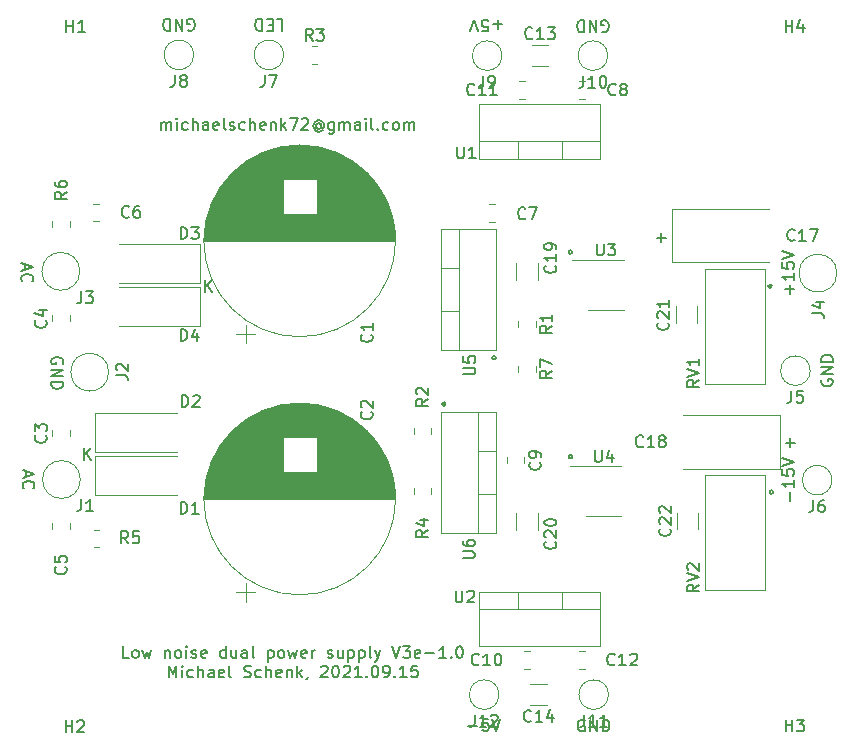
<source format=gbr>
G04 #@! TF.GenerationSoftware,KiCad,Pcbnew,(5.1.10-1-10_14)*
G04 #@! TF.CreationDate,2021-09-15T13:52:24+02:00*
G04 #@! TF.ProjectId,lv-lownoise-psu,6c762d6c-6f77-46e6-9f69-73652d707375,rev?*
G04 #@! TF.SameCoordinates,Original*
G04 #@! TF.FileFunction,Legend,Top*
G04 #@! TF.FilePolarity,Positive*
%FSLAX46Y46*%
G04 Gerber Fmt 4.6, Leading zero omitted, Abs format (unit mm)*
G04 Created by KiCad (PCBNEW (5.1.10-1-10_14)) date 2021-09-15 13:52:24*
%MOMM*%
%LPD*%
G01*
G04 APERTURE LIST*
%ADD10C,0.150000*%
%ADD11C,0.120000*%
G04 APERTURE END LIST*
D10*
X116332000Y-60729880D02*
X116236761Y-60777500D01*
X116189142Y-60872738D01*
X116236761Y-60967976D01*
X116332000Y-61015595D01*
X116427238Y-60967976D01*
X116474857Y-60872738D01*
X116427238Y-60777500D01*
X116332000Y-60729880D01*
X120586500Y-56792880D02*
X120491261Y-56840500D01*
X120443642Y-56935738D01*
X120491261Y-57030976D01*
X120586500Y-57078595D01*
X120681738Y-57030976D01*
X120729357Y-56935738D01*
X120681738Y-56840500D01*
X120586500Y-56792880D01*
X145288047Y-64142928D02*
X146049952Y-64142928D01*
X145669000Y-64523880D02*
X145669000Y-63761976D01*
X134366047Y-46807428D02*
X135127952Y-46807428D01*
X134747000Y-47188380D02*
X134747000Y-46426476D01*
X144081500Y-68159380D02*
X143986261Y-68207000D01*
X143938642Y-68302238D01*
X143986261Y-68397476D01*
X144081500Y-68445095D01*
X144176738Y-68397476D01*
X144224357Y-68302238D01*
X144176738Y-68207000D01*
X144081500Y-68159380D01*
X143954500Y-50760380D02*
X143859261Y-50808000D01*
X143811642Y-50903238D01*
X143859261Y-50998476D01*
X143954500Y-51046095D01*
X144049738Y-50998476D01*
X144097357Y-50903238D01*
X144049738Y-50808000D01*
X143954500Y-50760380D01*
X127063500Y-65174880D02*
X126968261Y-65222500D01*
X126920642Y-65317738D01*
X126968261Y-65412976D01*
X127063500Y-65460595D01*
X127158738Y-65412976D01*
X127206357Y-65317738D01*
X127158738Y-65222500D01*
X127063500Y-65174880D01*
X127063500Y-47839380D02*
X126968261Y-47887000D01*
X126920642Y-47982238D01*
X126968261Y-48077476D01*
X127063500Y-48125095D01*
X127158738Y-48077476D01*
X127206357Y-47982238D01*
X127158738Y-47887000D01*
X127063500Y-47839380D01*
X85907595Y-65603380D02*
X85907595Y-64603380D01*
X86479023Y-65603380D02*
X86050452Y-65031952D01*
X86479023Y-64603380D02*
X85907595Y-65174809D01*
X96131095Y-51379380D02*
X96131095Y-50379380D01*
X96702523Y-51379380D02*
X96273952Y-50807952D01*
X96702523Y-50379380D02*
X96131095Y-50950809D01*
X89687547Y-82367880D02*
X89211357Y-82367880D01*
X89211357Y-81367880D01*
X90163738Y-82367880D02*
X90068499Y-82320261D01*
X90020880Y-82272642D01*
X89973261Y-82177404D01*
X89973261Y-81891690D01*
X90020880Y-81796452D01*
X90068499Y-81748833D01*
X90163738Y-81701214D01*
X90306595Y-81701214D01*
X90401833Y-81748833D01*
X90449452Y-81796452D01*
X90497071Y-81891690D01*
X90497071Y-82177404D01*
X90449452Y-82272642D01*
X90401833Y-82320261D01*
X90306595Y-82367880D01*
X90163738Y-82367880D01*
X90830404Y-81701214D02*
X91020880Y-82367880D01*
X91211357Y-81891690D01*
X91401833Y-82367880D01*
X91592309Y-81701214D01*
X92735166Y-81701214D02*
X92735166Y-82367880D01*
X92735166Y-81796452D02*
X92782785Y-81748833D01*
X92878023Y-81701214D01*
X93020880Y-81701214D01*
X93116119Y-81748833D01*
X93163738Y-81844071D01*
X93163738Y-82367880D01*
X93782785Y-82367880D02*
X93687547Y-82320261D01*
X93639928Y-82272642D01*
X93592309Y-82177404D01*
X93592309Y-81891690D01*
X93639928Y-81796452D01*
X93687547Y-81748833D01*
X93782785Y-81701214D01*
X93925642Y-81701214D01*
X94020880Y-81748833D01*
X94068499Y-81796452D01*
X94116119Y-81891690D01*
X94116119Y-82177404D01*
X94068499Y-82272642D01*
X94020880Y-82320261D01*
X93925642Y-82367880D01*
X93782785Y-82367880D01*
X94544690Y-82367880D02*
X94544690Y-81701214D01*
X94544690Y-81367880D02*
X94497071Y-81415500D01*
X94544690Y-81463119D01*
X94592309Y-81415500D01*
X94544690Y-81367880D01*
X94544690Y-81463119D01*
X94973261Y-82320261D02*
X95068499Y-82367880D01*
X95258976Y-82367880D01*
X95354214Y-82320261D01*
X95401833Y-82225023D01*
X95401833Y-82177404D01*
X95354214Y-82082166D01*
X95258976Y-82034547D01*
X95116119Y-82034547D01*
X95020880Y-81986928D01*
X94973261Y-81891690D01*
X94973261Y-81844071D01*
X95020880Y-81748833D01*
X95116119Y-81701214D01*
X95258976Y-81701214D01*
X95354214Y-81748833D01*
X96211357Y-82320261D02*
X96116119Y-82367880D01*
X95925642Y-82367880D01*
X95830404Y-82320261D01*
X95782785Y-82225023D01*
X95782785Y-81844071D01*
X95830404Y-81748833D01*
X95925642Y-81701214D01*
X96116119Y-81701214D01*
X96211357Y-81748833D01*
X96258976Y-81844071D01*
X96258976Y-81939309D01*
X95782785Y-82034547D01*
X97878023Y-82367880D02*
X97878023Y-81367880D01*
X97878023Y-82320261D02*
X97782785Y-82367880D01*
X97592309Y-82367880D01*
X97497071Y-82320261D01*
X97449452Y-82272642D01*
X97401833Y-82177404D01*
X97401833Y-81891690D01*
X97449452Y-81796452D01*
X97497071Y-81748833D01*
X97592309Y-81701214D01*
X97782785Y-81701214D01*
X97878023Y-81748833D01*
X98782785Y-81701214D02*
X98782785Y-82367880D01*
X98354214Y-81701214D02*
X98354214Y-82225023D01*
X98401833Y-82320261D01*
X98497071Y-82367880D01*
X98639928Y-82367880D01*
X98735166Y-82320261D01*
X98782785Y-82272642D01*
X99687547Y-82367880D02*
X99687547Y-81844071D01*
X99639928Y-81748833D01*
X99544690Y-81701214D01*
X99354214Y-81701214D01*
X99258976Y-81748833D01*
X99687547Y-82320261D02*
X99592309Y-82367880D01*
X99354214Y-82367880D01*
X99258976Y-82320261D01*
X99211357Y-82225023D01*
X99211357Y-82129785D01*
X99258976Y-82034547D01*
X99354214Y-81986928D01*
X99592309Y-81986928D01*
X99687547Y-81939309D01*
X100306595Y-82367880D02*
X100211357Y-82320261D01*
X100163738Y-82225023D01*
X100163738Y-81367880D01*
X101449452Y-81701214D02*
X101449452Y-82701214D01*
X101449452Y-81748833D02*
X101544690Y-81701214D01*
X101735166Y-81701214D01*
X101830404Y-81748833D01*
X101878023Y-81796452D01*
X101925642Y-81891690D01*
X101925642Y-82177404D01*
X101878023Y-82272642D01*
X101830404Y-82320261D01*
X101735166Y-82367880D01*
X101544690Y-82367880D01*
X101449452Y-82320261D01*
X102497071Y-82367880D02*
X102401833Y-82320261D01*
X102354214Y-82272642D01*
X102306595Y-82177404D01*
X102306595Y-81891690D01*
X102354214Y-81796452D01*
X102401833Y-81748833D01*
X102497071Y-81701214D01*
X102639928Y-81701214D01*
X102735166Y-81748833D01*
X102782785Y-81796452D01*
X102830404Y-81891690D01*
X102830404Y-82177404D01*
X102782785Y-82272642D01*
X102735166Y-82320261D01*
X102639928Y-82367880D01*
X102497071Y-82367880D01*
X103163738Y-81701214D02*
X103354214Y-82367880D01*
X103544690Y-81891690D01*
X103735166Y-82367880D01*
X103925642Y-81701214D01*
X104687547Y-82320261D02*
X104592309Y-82367880D01*
X104401833Y-82367880D01*
X104306595Y-82320261D01*
X104258976Y-82225023D01*
X104258976Y-81844071D01*
X104306595Y-81748833D01*
X104401833Y-81701214D01*
X104592309Y-81701214D01*
X104687547Y-81748833D01*
X104735166Y-81844071D01*
X104735166Y-81939309D01*
X104258976Y-82034547D01*
X105163738Y-82367880D02*
X105163738Y-81701214D01*
X105163738Y-81891690D02*
X105211357Y-81796452D01*
X105258976Y-81748833D01*
X105354214Y-81701214D01*
X105449452Y-81701214D01*
X106497071Y-82320261D02*
X106592309Y-82367880D01*
X106782785Y-82367880D01*
X106878023Y-82320261D01*
X106925642Y-82225023D01*
X106925642Y-82177404D01*
X106878023Y-82082166D01*
X106782785Y-82034547D01*
X106639928Y-82034547D01*
X106544690Y-81986928D01*
X106497071Y-81891690D01*
X106497071Y-81844071D01*
X106544690Y-81748833D01*
X106639928Y-81701214D01*
X106782785Y-81701214D01*
X106878023Y-81748833D01*
X107782785Y-81701214D02*
X107782785Y-82367880D01*
X107354214Y-81701214D02*
X107354214Y-82225023D01*
X107401833Y-82320261D01*
X107497071Y-82367880D01*
X107639928Y-82367880D01*
X107735166Y-82320261D01*
X107782785Y-82272642D01*
X108258976Y-81701214D02*
X108258976Y-82701214D01*
X108258976Y-81748833D02*
X108354214Y-81701214D01*
X108544690Y-81701214D01*
X108639928Y-81748833D01*
X108687547Y-81796452D01*
X108735166Y-81891690D01*
X108735166Y-82177404D01*
X108687547Y-82272642D01*
X108639928Y-82320261D01*
X108544690Y-82367880D01*
X108354214Y-82367880D01*
X108258976Y-82320261D01*
X109163738Y-81701214D02*
X109163738Y-82701214D01*
X109163738Y-81748833D02*
X109258976Y-81701214D01*
X109449452Y-81701214D01*
X109544690Y-81748833D01*
X109592309Y-81796452D01*
X109639928Y-81891690D01*
X109639928Y-82177404D01*
X109592309Y-82272642D01*
X109544690Y-82320261D01*
X109449452Y-82367880D01*
X109258976Y-82367880D01*
X109163738Y-82320261D01*
X110211357Y-82367880D02*
X110116119Y-82320261D01*
X110068499Y-82225023D01*
X110068499Y-81367880D01*
X110497071Y-81701214D02*
X110735166Y-82367880D01*
X110973261Y-81701214D02*
X110735166Y-82367880D01*
X110639928Y-82605976D01*
X110592309Y-82653595D01*
X110497071Y-82701214D01*
X111973261Y-81367880D02*
X112306595Y-82367880D01*
X112639928Y-81367880D01*
X112878023Y-81367880D02*
X113497071Y-81367880D01*
X113163738Y-81748833D01*
X113306595Y-81748833D01*
X113401833Y-81796452D01*
X113449452Y-81844071D01*
X113497071Y-81939309D01*
X113497071Y-82177404D01*
X113449452Y-82272642D01*
X113401833Y-82320261D01*
X113306595Y-82367880D01*
X113020880Y-82367880D01*
X112925642Y-82320261D01*
X112878023Y-82272642D01*
X114306595Y-82320261D02*
X114211357Y-82367880D01*
X114020880Y-82367880D01*
X113925642Y-82320261D01*
X113878023Y-82225023D01*
X113878023Y-81844071D01*
X113925642Y-81748833D01*
X114020880Y-81701214D01*
X114211357Y-81701214D01*
X114306595Y-81748833D01*
X114354214Y-81844071D01*
X114354214Y-81939309D01*
X113878023Y-82034547D01*
X114782785Y-81986928D02*
X115544690Y-81986928D01*
X116544690Y-82367880D02*
X115973261Y-82367880D01*
X116258976Y-82367880D02*
X116258976Y-81367880D01*
X116163738Y-81510738D01*
X116068499Y-81605976D01*
X115973261Y-81653595D01*
X116973261Y-82272642D02*
X117020880Y-82320261D01*
X116973261Y-82367880D01*
X116925642Y-82320261D01*
X116973261Y-82272642D01*
X116973261Y-82367880D01*
X117639928Y-81367880D02*
X117735166Y-81367880D01*
X117830404Y-81415500D01*
X117878023Y-81463119D01*
X117925642Y-81558357D01*
X117973261Y-81748833D01*
X117973261Y-81986928D01*
X117925642Y-82177404D01*
X117878023Y-82272642D01*
X117830404Y-82320261D01*
X117735166Y-82367880D01*
X117639928Y-82367880D01*
X117544690Y-82320261D01*
X117497071Y-82272642D01*
X117449452Y-82177404D01*
X117401833Y-81986928D01*
X117401833Y-81748833D01*
X117449452Y-81558357D01*
X117497071Y-81463119D01*
X117544690Y-81415500D01*
X117639928Y-81367880D01*
X93044690Y-84017880D02*
X93044690Y-83017880D01*
X93378023Y-83732166D01*
X93711357Y-83017880D01*
X93711357Y-84017880D01*
X94187547Y-84017880D02*
X94187547Y-83351214D01*
X94187547Y-83017880D02*
X94139928Y-83065500D01*
X94187547Y-83113119D01*
X94235166Y-83065500D01*
X94187547Y-83017880D01*
X94187547Y-83113119D01*
X95092309Y-83970261D02*
X94997071Y-84017880D01*
X94806595Y-84017880D01*
X94711357Y-83970261D01*
X94663738Y-83922642D01*
X94616119Y-83827404D01*
X94616119Y-83541690D01*
X94663738Y-83446452D01*
X94711357Y-83398833D01*
X94806595Y-83351214D01*
X94997071Y-83351214D01*
X95092309Y-83398833D01*
X95520880Y-84017880D02*
X95520880Y-83017880D01*
X95949452Y-84017880D02*
X95949452Y-83494071D01*
X95901833Y-83398833D01*
X95806595Y-83351214D01*
X95663738Y-83351214D01*
X95568500Y-83398833D01*
X95520880Y-83446452D01*
X96854214Y-84017880D02*
X96854214Y-83494071D01*
X96806595Y-83398833D01*
X96711357Y-83351214D01*
X96520880Y-83351214D01*
X96425642Y-83398833D01*
X96854214Y-83970261D02*
X96758976Y-84017880D01*
X96520880Y-84017880D01*
X96425642Y-83970261D01*
X96378023Y-83875023D01*
X96378023Y-83779785D01*
X96425642Y-83684547D01*
X96520880Y-83636928D01*
X96758976Y-83636928D01*
X96854214Y-83589309D01*
X97711357Y-83970261D02*
X97616119Y-84017880D01*
X97425642Y-84017880D01*
X97330404Y-83970261D01*
X97282785Y-83875023D01*
X97282785Y-83494071D01*
X97330404Y-83398833D01*
X97425642Y-83351214D01*
X97616119Y-83351214D01*
X97711357Y-83398833D01*
X97758976Y-83494071D01*
X97758976Y-83589309D01*
X97282785Y-83684547D01*
X98330404Y-84017880D02*
X98235166Y-83970261D01*
X98187547Y-83875023D01*
X98187547Y-83017880D01*
X99425642Y-83970261D02*
X99568500Y-84017880D01*
X99806595Y-84017880D01*
X99901833Y-83970261D01*
X99949452Y-83922642D01*
X99997071Y-83827404D01*
X99997071Y-83732166D01*
X99949452Y-83636928D01*
X99901833Y-83589309D01*
X99806595Y-83541690D01*
X99616119Y-83494071D01*
X99520880Y-83446452D01*
X99473261Y-83398833D01*
X99425642Y-83303595D01*
X99425642Y-83208357D01*
X99473261Y-83113119D01*
X99520880Y-83065500D01*
X99616119Y-83017880D01*
X99854214Y-83017880D01*
X99997071Y-83065500D01*
X100854214Y-83970261D02*
X100758976Y-84017880D01*
X100568500Y-84017880D01*
X100473261Y-83970261D01*
X100425642Y-83922642D01*
X100378023Y-83827404D01*
X100378023Y-83541690D01*
X100425642Y-83446452D01*
X100473261Y-83398833D01*
X100568500Y-83351214D01*
X100758976Y-83351214D01*
X100854214Y-83398833D01*
X101282785Y-84017880D02*
X101282785Y-83017880D01*
X101711357Y-84017880D02*
X101711357Y-83494071D01*
X101663738Y-83398833D01*
X101568500Y-83351214D01*
X101425642Y-83351214D01*
X101330404Y-83398833D01*
X101282785Y-83446452D01*
X102568500Y-83970261D02*
X102473261Y-84017880D01*
X102282785Y-84017880D01*
X102187547Y-83970261D01*
X102139928Y-83875023D01*
X102139928Y-83494071D01*
X102187547Y-83398833D01*
X102282785Y-83351214D01*
X102473261Y-83351214D01*
X102568500Y-83398833D01*
X102616119Y-83494071D01*
X102616119Y-83589309D01*
X102139928Y-83684547D01*
X103044690Y-83351214D02*
X103044690Y-84017880D01*
X103044690Y-83446452D02*
X103092309Y-83398833D01*
X103187547Y-83351214D01*
X103330404Y-83351214D01*
X103425642Y-83398833D01*
X103473261Y-83494071D01*
X103473261Y-84017880D01*
X103949452Y-84017880D02*
X103949452Y-83017880D01*
X104044690Y-83636928D02*
X104330404Y-84017880D01*
X104330404Y-83351214D02*
X103949452Y-83732166D01*
X104806595Y-83970261D02*
X104806595Y-84017880D01*
X104758976Y-84113119D01*
X104711357Y-84160738D01*
X105949452Y-83113119D02*
X105997071Y-83065500D01*
X106092309Y-83017880D01*
X106330404Y-83017880D01*
X106425642Y-83065500D01*
X106473261Y-83113119D01*
X106520880Y-83208357D01*
X106520880Y-83303595D01*
X106473261Y-83446452D01*
X105901833Y-84017880D01*
X106520880Y-84017880D01*
X107139928Y-83017880D02*
X107235166Y-83017880D01*
X107330404Y-83065500D01*
X107378023Y-83113119D01*
X107425642Y-83208357D01*
X107473261Y-83398833D01*
X107473261Y-83636928D01*
X107425642Y-83827404D01*
X107378023Y-83922642D01*
X107330404Y-83970261D01*
X107235166Y-84017880D01*
X107139928Y-84017880D01*
X107044690Y-83970261D01*
X106997071Y-83922642D01*
X106949452Y-83827404D01*
X106901833Y-83636928D01*
X106901833Y-83398833D01*
X106949452Y-83208357D01*
X106997071Y-83113119D01*
X107044690Y-83065500D01*
X107139928Y-83017880D01*
X107854214Y-83113119D02*
X107901833Y-83065500D01*
X107997071Y-83017880D01*
X108235166Y-83017880D01*
X108330404Y-83065500D01*
X108378023Y-83113119D01*
X108425642Y-83208357D01*
X108425642Y-83303595D01*
X108378023Y-83446452D01*
X107806595Y-84017880D01*
X108425642Y-84017880D01*
X109378023Y-84017880D02*
X108806595Y-84017880D01*
X109092309Y-84017880D02*
X109092309Y-83017880D01*
X108997071Y-83160738D01*
X108901833Y-83255976D01*
X108806595Y-83303595D01*
X109806595Y-83922642D02*
X109854214Y-83970261D01*
X109806595Y-84017880D01*
X109758976Y-83970261D01*
X109806595Y-83922642D01*
X109806595Y-84017880D01*
X110473261Y-83017880D02*
X110568500Y-83017880D01*
X110663738Y-83065500D01*
X110711357Y-83113119D01*
X110758976Y-83208357D01*
X110806595Y-83398833D01*
X110806595Y-83636928D01*
X110758976Y-83827404D01*
X110711357Y-83922642D01*
X110663738Y-83970261D01*
X110568500Y-84017880D01*
X110473261Y-84017880D01*
X110378023Y-83970261D01*
X110330404Y-83922642D01*
X110282785Y-83827404D01*
X110235166Y-83636928D01*
X110235166Y-83398833D01*
X110282785Y-83208357D01*
X110330404Y-83113119D01*
X110378023Y-83065500D01*
X110473261Y-83017880D01*
X111282785Y-84017880D02*
X111473261Y-84017880D01*
X111568500Y-83970261D01*
X111616119Y-83922642D01*
X111711357Y-83779785D01*
X111758976Y-83589309D01*
X111758976Y-83208357D01*
X111711357Y-83113119D01*
X111663738Y-83065500D01*
X111568500Y-83017880D01*
X111378023Y-83017880D01*
X111282785Y-83065500D01*
X111235166Y-83113119D01*
X111187547Y-83208357D01*
X111187547Y-83446452D01*
X111235166Y-83541690D01*
X111282785Y-83589309D01*
X111378023Y-83636928D01*
X111568500Y-83636928D01*
X111663738Y-83589309D01*
X111711357Y-83541690D01*
X111758976Y-83446452D01*
X112187547Y-83922642D02*
X112235166Y-83970261D01*
X112187547Y-84017880D01*
X112139928Y-83970261D01*
X112187547Y-83922642D01*
X112187547Y-84017880D01*
X113187547Y-84017880D02*
X112616119Y-84017880D01*
X112901833Y-84017880D02*
X112901833Y-83017880D01*
X112806595Y-83160738D01*
X112711357Y-83255976D01*
X112616119Y-83303595D01*
X114092309Y-83017880D02*
X113616119Y-83017880D01*
X113568500Y-83494071D01*
X113616119Y-83446452D01*
X113711357Y-83398833D01*
X113949452Y-83398833D01*
X114044690Y-83446452D01*
X114092309Y-83494071D01*
X114139928Y-83589309D01*
X114139928Y-83827404D01*
X114092309Y-83922642D01*
X114044690Y-83970261D01*
X113949452Y-84017880D01*
X113711357Y-84017880D01*
X113616119Y-83970261D01*
X113568500Y-83922642D01*
X129730404Y-29329000D02*
X129825642Y-29376619D01*
X129968500Y-29376619D01*
X130111357Y-29329000D01*
X130206595Y-29233761D01*
X130254214Y-29138523D01*
X130301833Y-28948047D01*
X130301833Y-28805190D01*
X130254214Y-28614714D01*
X130206595Y-28519476D01*
X130111357Y-28424238D01*
X129968500Y-28376619D01*
X129873261Y-28376619D01*
X129730404Y-28424238D01*
X129682785Y-28471857D01*
X129682785Y-28805190D01*
X129873261Y-28805190D01*
X129254214Y-28376619D02*
X129254214Y-29376619D01*
X128682785Y-28376619D01*
X128682785Y-29376619D01*
X128206595Y-28376619D02*
X128206595Y-29376619D01*
X127968500Y-29376619D01*
X127825642Y-29329000D01*
X127730404Y-29233761D01*
X127682785Y-29138523D01*
X127635166Y-28948047D01*
X127635166Y-28805190D01*
X127682785Y-28614714D01*
X127730404Y-28519476D01*
X127825642Y-28424238D01*
X127968500Y-28376619D01*
X128206595Y-28376619D01*
X121300714Y-28694071D02*
X120538809Y-28694071D01*
X120919761Y-28313119D02*
X120919761Y-29075023D01*
X119586428Y-29313119D02*
X120062619Y-29313119D01*
X120110238Y-28836928D01*
X120062619Y-28884547D01*
X119967380Y-28932166D01*
X119729285Y-28932166D01*
X119634047Y-28884547D01*
X119586428Y-28836928D01*
X119538809Y-28741690D01*
X119538809Y-28503595D01*
X119586428Y-28408357D01*
X119634047Y-28360738D01*
X119729285Y-28313119D01*
X119967380Y-28313119D01*
X120062619Y-28360738D01*
X120110238Y-28408357D01*
X119253095Y-29313119D02*
X118919761Y-28313119D01*
X118586428Y-29313119D01*
X118411785Y-88145928D02*
X119173690Y-88145928D01*
X120126071Y-87526880D02*
X119649880Y-87526880D01*
X119602261Y-88003071D01*
X119649880Y-87955452D01*
X119745119Y-87907833D01*
X119983214Y-87907833D01*
X120078452Y-87955452D01*
X120126071Y-88003071D01*
X120173690Y-88098309D01*
X120173690Y-88336404D01*
X120126071Y-88431642D01*
X120078452Y-88479261D01*
X119983214Y-88526880D01*
X119745119Y-88526880D01*
X119649880Y-88479261D01*
X119602261Y-88431642D01*
X120459404Y-87526880D02*
X120792738Y-88526880D01*
X121126071Y-87526880D01*
X128270095Y-87638000D02*
X128174857Y-87590380D01*
X128032000Y-87590380D01*
X127889142Y-87638000D01*
X127793904Y-87733238D01*
X127746285Y-87828476D01*
X127698666Y-88018952D01*
X127698666Y-88161809D01*
X127746285Y-88352285D01*
X127793904Y-88447523D01*
X127889142Y-88542761D01*
X128032000Y-88590380D01*
X128127238Y-88590380D01*
X128270095Y-88542761D01*
X128317714Y-88495142D01*
X128317714Y-88161809D01*
X128127238Y-88161809D01*
X128746285Y-88590380D02*
X128746285Y-87590380D01*
X129317714Y-88590380D01*
X129317714Y-87590380D01*
X129793904Y-88590380D02*
X129793904Y-87590380D01*
X130032000Y-87590380D01*
X130174857Y-87638000D01*
X130270095Y-87733238D01*
X130317714Y-87828476D01*
X130365333Y-88018952D01*
X130365333Y-88161809D01*
X130317714Y-88352285D01*
X130270095Y-88447523D01*
X130174857Y-88542761D01*
X130032000Y-88590380D01*
X129793904Y-88590380D01*
X94678404Y-29202000D02*
X94773642Y-29249619D01*
X94916500Y-29249619D01*
X95059357Y-29202000D01*
X95154595Y-29106761D01*
X95202214Y-29011523D01*
X95249833Y-28821047D01*
X95249833Y-28678190D01*
X95202214Y-28487714D01*
X95154595Y-28392476D01*
X95059357Y-28297238D01*
X94916500Y-28249619D01*
X94821261Y-28249619D01*
X94678404Y-28297238D01*
X94630785Y-28344857D01*
X94630785Y-28678190D01*
X94821261Y-28678190D01*
X94202214Y-28249619D02*
X94202214Y-29249619D01*
X93630785Y-28249619D01*
X93630785Y-29249619D01*
X93154595Y-28249619D02*
X93154595Y-29249619D01*
X92916500Y-29249619D01*
X92773642Y-29202000D01*
X92678404Y-29106761D01*
X92630785Y-29011523D01*
X92583166Y-28821047D01*
X92583166Y-28678190D01*
X92630785Y-28487714D01*
X92678404Y-28392476D01*
X92773642Y-28297238D01*
X92916500Y-28249619D01*
X93154595Y-28249619D01*
X102179357Y-28249619D02*
X102655547Y-28249619D01*
X102655547Y-29249619D01*
X101846023Y-28773428D02*
X101512690Y-28773428D01*
X101369833Y-28249619D02*
X101846023Y-28249619D01*
X101846023Y-29249619D01*
X101369833Y-29249619D01*
X100941261Y-28249619D02*
X100941261Y-29249619D01*
X100703166Y-29249619D01*
X100560309Y-29202000D01*
X100465071Y-29106761D01*
X100417452Y-29011523D01*
X100369833Y-28821047D01*
X100369833Y-28678190D01*
X100417452Y-28487714D01*
X100465071Y-28392476D01*
X100560309Y-28297238D01*
X100703166Y-28249619D01*
X100941261Y-28249619D01*
X92409714Y-37663380D02*
X92409714Y-36996714D01*
X92409714Y-37091952D02*
X92457333Y-37044333D01*
X92552571Y-36996714D01*
X92695428Y-36996714D01*
X92790666Y-37044333D01*
X92838285Y-37139571D01*
X92838285Y-37663380D01*
X92838285Y-37139571D02*
X92885904Y-37044333D01*
X92981142Y-36996714D01*
X93124000Y-36996714D01*
X93219238Y-37044333D01*
X93266857Y-37139571D01*
X93266857Y-37663380D01*
X93743047Y-37663380D02*
X93743047Y-36996714D01*
X93743047Y-36663380D02*
X93695428Y-36711000D01*
X93743047Y-36758619D01*
X93790666Y-36711000D01*
X93743047Y-36663380D01*
X93743047Y-36758619D01*
X94647809Y-37615761D02*
X94552571Y-37663380D01*
X94362095Y-37663380D01*
X94266857Y-37615761D01*
X94219238Y-37568142D01*
X94171619Y-37472904D01*
X94171619Y-37187190D01*
X94219238Y-37091952D01*
X94266857Y-37044333D01*
X94362095Y-36996714D01*
X94552571Y-36996714D01*
X94647809Y-37044333D01*
X95076380Y-37663380D02*
X95076380Y-36663380D01*
X95504952Y-37663380D02*
X95504952Y-37139571D01*
X95457333Y-37044333D01*
X95362095Y-36996714D01*
X95219238Y-36996714D01*
X95124000Y-37044333D01*
X95076380Y-37091952D01*
X96409714Y-37663380D02*
X96409714Y-37139571D01*
X96362095Y-37044333D01*
X96266857Y-36996714D01*
X96076380Y-36996714D01*
X95981142Y-37044333D01*
X96409714Y-37615761D02*
X96314476Y-37663380D01*
X96076380Y-37663380D01*
X95981142Y-37615761D01*
X95933523Y-37520523D01*
X95933523Y-37425285D01*
X95981142Y-37330047D01*
X96076380Y-37282428D01*
X96314476Y-37282428D01*
X96409714Y-37234809D01*
X97266857Y-37615761D02*
X97171619Y-37663380D01*
X96981142Y-37663380D01*
X96885904Y-37615761D01*
X96838285Y-37520523D01*
X96838285Y-37139571D01*
X96885904Y-37044333D01*
X96981142Y-36996714D01*
X97171619Y-36996714D01*
X97266857Y-37044333D01*
X97314476Y-37139571D01*
X97314476Y-37234809D01*
X96838285Y-37330047D01*
X97885904Y-37663380D02*
X97790666Y-37615761D01*
X97743047Y-37520523D01*
X97743047Y-36663380D01*
X98219238Y-37615761D02*
X98314476Y-37663380D01*
X98504952Y-37663380D01*
X98600190Y-37615761D01*
X98647809Y-37520523D01*
X98647809Y-37472904D01*
X98600190Y-37377666D01*
X98504952Y-37330047D01*
X98362095Y-37330047D01*
X98266857Y-37282428D01*
X98219238Y-37187190D01*
X98219238Y-37139571D01*
X98266857Y-37044333D01*
X98362095Y-36996714D01*
X98504952Y-36996714D01*
X98600190Y-37044333D01*
X99504952Y-37615761D02*
X99409714Y-37663380D01*
X99219238Y-37663380D01*
X99124000Y-37615761D01*
X99076380Y-37568142D01*
X99028761Y-37472904D01*
X99028761Y-37187190D01*
X99076380Y-37091952D01*
X99124000Y-37044333D01*
X99219238Y-36996714D01*
X99409714Y-36996714D01*
X99504952Y-37044333D01*
X99933523Y-37663380D02*
X99933523Y-36663380D01*
X100362095Y-37663380D02*
X100362095Y-37139571D01*
X100314476Y-37044333D01*
X100219238Y-36996714D01*
X100076380Y-36996714D01*
X99981142Y-37044333D01*
X99933523Y-37091952D01*
X101219238Y-37615761D02*
X101124000Y-37663380D01*
X100933523Y-37663380D01*
X100838285Y-37615761D01*
X100790666Y-37520523D01*
X100790666Y-37139571D01*
X100838285Y-37044333D01*
X100933523Y-36996714D01*
X101124000Y-36996714D01*
X101219238Y-37044333D01*
X101266857Y-37139571D01*
X101266857Y-37234809D01*
X100790666Y-37330047D01*
X101695428Y-36996714D02*
X101695428Y-37663380D01*
X101695428Y-37091952D02*
X101743047Y-37044333D01*
X101838285Y-36996714D01*
X101981142Y-36996714D01*
X102076380Y-37044333D01*
X102124000Y-37139571D01*
X102124000Y-37663380D01*
X102600190Y-37663380D02*
X102600190Y-36663380D01*
X102695428Y-37282428D02*
X102981142Y-37663380D01*
X102981142Y-36996714D02*
X102600190Y-37377666D01*
X103314476Y-36663380D02*
X103981142Y-36663380D01*
X103552571Y-37663380D01*
X104314476Y-36758619D02*
X104362095Y-36711000D01*
X104457333Y-36663380D01*
X104695428Y-36663380D01*
X104790666Y-36711000D01*
X104838285Y-36758619D01*
X104885904Y-36853857D01*
X104885904Y-36949095D01*
X104838285Y-37091952D01*
X104266857Y-37663380D01*
X104885904Y-37663380D01*
X105933523Y-37187190D02*
X105885904Y-37139571D01*
X105790666Y-37091952D01*
X105695428Y-37091952D01*
X105600190Y-37139571D01*
X105552571Y-37187190D01*
X105504952Y-37282428D01*
X105504952Y-37377666D01*
X105552571Y-37472904D01*
X105600190Y-37520523D01*
X105695428Y-37568142D01*
X105790666Y-37568142D01*
X105885904Y-37520523D01*
X105933523Y-37472904D01*
X105933523Y-37091952D02*
X105933523Y-37472904D01*
X105981142Y-37520523D01*
X106028761Y-37520523D01*
X106124000Y-37472904D01*
X106171619Y-37377666D01*
X106171619Y-37139571D01*
X106076380Y-36996714D01*
X105933523Y-36901476D01*
X105743047Y-36853857D01*
X105552571Y-36901476D01*
X105409714Y-36996714D01*
X105314476Y-37139571D01*
X105266857Y-37330047D01*
X105314476Y-37520523D01*
X105409714Y-37663380D01*
X105552571Y-37758619D01*
X105743047Y-37806238D01*
X105933523Y-37758619D01*
X106076380Y-37663380D01*
X107028761Y-36996714D02*
X107028761Y-37806238D01*
X106981142Y-37901476D01*
X106933523Y-37949095D01*
X106838285Y-37996714D01*
X106695428Y-37996714D01*
X106600190Y-37949095D01*
X107028761Y-37615761D02*
X106933523Y-37663380D01*
X106743047Y-37663380D01*
X106647809Y-37615761D01*
X106600190Y-37568142D01*
X106552571Y-37472904D01*
X106552571Y-37187190D01*
X106600190Y-37091952D01*
X106647809Y-37044333D01*
X106743047Y-36996714D01*
X106933523Y-36996714D01*
X107028761Y-37044333D01*
X107504952Y-37663380D02*
X107504952Y-36996714D01*
X107504952Y-37091952D02*
X107552571Y-37044333D01*
X107647809Y-36996714D01*
X107790666Y-36996714D01*
X107885904Y-37044333D01*
X107933523Y-37139571D01*
X107933523Y-37663380D01*
X107933523Y-37139571D02*
X107981142Y-37044333D01*
X108076380Y-36996714D01*
X108219238Y-36996714D01*
X108314476Y-37044333D01*
X108362095Y-37139571D01*
X108362095Y-37663380D01*
X109266857Y-37663380D02*
X109266857Y-37139571D01*
X109219238Y-37044333D01*
X109124000Y-36996714D01*
X108933523Y-36996714D01*
X108838285Y-37044333D01*
X109266857Y-37615761D02*
X109171619Y-37663380D01*
X108933523Y-37663380D01*
X108838285Y-37615761D01*
X108790666Y-37520523D01*
X108790666Y-37425285D01*
X108838285Y-37330047D01*
X108933523Y-37282428D01*
X109171619Y-37282428D01*
X109266857Y-37234809D01*
X109743047Y-37663380D02*
X109743047Y-36996714D01*
X109743047Y-36663380D02*
X109695428Y-36711000D01*
X109743047Y-36758619D01*
X109790666Y-36711000D01*
X109743047Y-36663380D01*
X109743047Y-36758619D01*
X110362095Y-37663380D02*
X110266857Y-37615761D01*
X110219238Y-37520523D01*
X110219238Y-36663380D01*
X110743047Y-37568142D02*
X110790666Y-37615761D01*
X110743047Y-37663380D01*
X110695428Y-37615761D01*
X110743047Y-37568142D01*
X110743047Y-37663380D01*
X111647809Y-37615761D02*
X111552571Y-37663380D01*
X111362095Y-37663380D01*
X111266857Y-37615761D01*
X111219238Y-37568142D01*
X111171619Y-37472904D01*
X111171619Y-37187190D01*
X111219238Y-37091952D01*
X111266857Y-37044333D01*
X111362095Y-36996714D01*
X111552571Y-36996714D01*
X111647809Y-37044333D01*
X112219238Y-37663380D02*
X112124000Y-37615761D01*
X112076380Y-37568142D01*
X112028761Y-37472904D01*
X112028761Y-37187190D01*
X112076380Y-37091952D01*
X112124000Y-37044333D01*
X112219238Y-36996714D01*
X112362095Y-36996714D01*
X112457333Y-37044333D01*
X112504952Y-37091952D01*
X112552571Y-37187190D01*
X112552571Y-37472904D01*
X112504952Y-37568142D01*
X112457333Y-37615761D01*
X112362095Y-37663380D01*
X112219238Y-37663380D01*
X112981142Y-37663380D02*
X112981142Y-36996714D01*
X112981142Y-37091952D02*
X113028761Y-37044333D01*
X113124000Y-36996714D01*
X113266857Y-36996714D01*
X113362095Y-37044333D01*
X113409714Y-37139571D01*
X113409714Y-37663380D01*
X113409714Y-37139571D02*
X113457333Y-37044333D01*
X113552571Y-36996714D01*
X113695428Y-36996714D01*
X113790666Y-37044333D01*
X113838285Y-37139571D01*
X113838285Y-37663380D01*
X84066000Y-57467595D02*
X84113619Y-57372357D01*
X84113619Y-57229500D01*
X84066000Y-57086642D01*
X83970761Y-56991404D01*
X83875523Y-56943785D01*
X83685047Y-56896166D01*
X83542190Y-56896166D01*
X83351714Y-56943785D01*
X83256476Y-56991404D01*
X83161238Y-57086642D01*
X83113619Y-57229500D01*
X83113619Y-57324738D01*
X83161238Y-57467595D01*
X83208857Y-57515214D01*
X83542190Y-57515214D01*
X83542190Y-57324738D01*
X83113619Y-57943785D02*
X84113619Y-57943785D01*
X83113619Y-58515214D01*
X84113619Y-58515214D01*
X83113619Y-58991404D02*
X84113619Y-58991404D01*
X84113619Y-59229500D01*
X84066000Y-59372357D01*
X83970761Y-59467595D01*
X83875523Y-59515214D01*
X83685047Y-59562833D01*
X83542190Y-59562833D01*
X83351714Y-59515214D01*
X83256476Y-59467595D01*
X83161238Y-59372357D01*
X83113619Y-59229500D01*
X83113619Y-58991404D01*
X80960933Y-66521104D02*
X80960933Y-66997295D01*
X80675219Y-66425866D02*
X81675219Y-66759200D01*
X80675219Y-67092533D01*
X80770457Y-67997295D02*
X80722838Y-67949676D01*
X80675219Y-67806819D01*
X80675219Y-67711580D01*
X80722838Y-67568723D01*
X80818076Y-67473485D01*
X80913314Y-67425866D01*
X81103790Y-67378247D01*
X81246647Y-67378247D01*
X81437123Y-67425866D01*
X81532361Y-67473485D01*
X81627600Y-67568723D01*
X81675219Y-67711580D01*
X81675219Y-67806819D01*
X81627600Y-67949676D01*
X81579980Y-67997295D01*
X80859333Y-48995104D02*
X80859333Y-49471295D01*
X80573619Y-48899866D02*
X81573619Y-49233200D01*
X80573619Y-49566533D01*
X80668857Y-50471295D02*
X80621238Y-50423676D01*
X80573619Y-50280819D01*
X80573619Y-50185580D01*
X80621238Y-50042723D01*
X80716476Y-49947485D01*
X80811714Y-49899866D01*
X81002190Y-49852247D01*
X81145047Y-49852247D01*
X81335523Y-49899866D01*
X81430761Y-49947485D01*
X81526000Y-50042723D01*
X81573619Y-50185580D01*
X81573619Y-50280819D01*
X81526000Y-50423676D01*
X81478380Y-50471295D01*
X145613428Y-69071904D02*
X145613428Y-68310000D01*
X145994380Y-67310000D02*
X145994380Y-67881428D01*
X145994380Y-67595714D02*
X144994380Y-67595714D01*
X145137238Y-67690952D01*
X145232476Y-67786190D01*
X145280095Y-67881428D01*
X144994380Y-66405238D02*
X144994380Y-66881428D01*
X145470571Y-66929047D01*
X145422952Y-66881428D01*
X145375333Y-66786190D01*
X145375333Y-66548095D01*
X145422952Y-66452857D01*
X145470571Y-66405238D01*
X145565809Y-66357619D01*
X145803904Y-66357619D01*
X145899142Y-66405238D01*
X145946761Y-66452857D01*
X145994380Y-66548095D01*
X145994380Y-66786190D01*
X145946761Y-66881428D01*
X145899142Y-66929047D01*
X144994380Y-66071904D02*
X145994380Y-65738571D01*
X144994380Y-65405238D01*
X148344000Y-58800904D02*
X148296380Y-58896142D01*
X148296380Y-59039000D01*
X148344000Y-59181857D01*
X148439238Y-59277095D01*
X148534476Y-59324714D01*
X148724952Y-59372333D01*
X148867809Y-59372333D01*
X149058285Y-59324714D01*
X149153523Y-59277095D01*
X149248761Y-59181857D01*
X149296380Y-59039000D01*
X149296380Y-58943761D01*
X149248761Y-58800904D01*
X149201142Y-58753285D01*
X148867809Y-58753285D01*
X148867809Y-58943761D01*
X149296380Y-58324714D02*
X148296380Y-58324714D01*
X149296380Y-57753285D01*
X148296380Y-57753285D01*
X149296380Y-57277095D02*
X148296380Y-57277095D01*
X148296380Y-57039000D01*
X148344000Y-56896142D01*
X148439238Y-56800904D01*
X148534476Y-56753285D01*
X148724952Y-56705666D01*
X148867809Y-56705666D01*
X149058285Y-56753285D01*
X149153523Y-56800904D01*
X149248761Y-56896142D01*
X149296380Y-57039000D01*
X149296380Y-57277095D01*
X145613428Y-51545904D02*
X145613428Y-50784000D01*
X145994380Y-51164952D02*
X145232476Y-51164952D01*
X145994380Y-49784000D02*
X145994380Y-50355428D01*
X145994380Y-50069714D02*
X144994380Y-50069714D01*
X145137238Y-50164952D01*
X145232476Y-50260190D01*
X145280095Y-50355428D01*
X144994380Y-48879238D02*
X144994380Y-49355428D01*
X145470571Y-49403047D01*
X145422952Y-49355428D01*
X145375333Y-49260190D01*
X145375333Y-49022095D01*
X145422952Y-48926857D01*
X145470571Y-48879238D01*
X145565809Y-48831619D01*
X145803904Y-48831619D01*
X145899142Y-48879238D01*
X145946761Y-48926857D01*
X145994380Y-49022095D01*
X145994380Y-49260190D01*
X145946761Y-49355428D01*
X145899142Y-49403047D01*
X144994380Y-48545904D02*
X145994380Y-48212571D01*
X144994380Y-47879238D01*
D11*
X121012000Y-85471000D02*
G75*
G03*
X121012000Y-85471000I-1251000J0D01*
G01*
X130283000Y-85471000D02*
G75*
G03*
X130283000Y-85471000I-1251000J0D01*
G01*
X130219500Y-31369000D02*
G75*
G03*
X130219500Y-31369000I-1251000J0D01*
G01*
X121266000Y-31369000D02*
G75*
G03*
X121266000Y-31369000I-1251000J0D01*
G01*
X95167500Y-31305500D02*
G75*
G03*
X95167500Y-31305500I-1251000J0D01*
G01*
X102787500Y-31305500D02*
G75*
G03*
X102787500Y-31305500I-1251000J0D01*
G01*
X149206000Y-67310000D02*
G75*
G03*
X149206000Y-67310000I-1251000J0D01*
G01*
X147364500Y-58039000D02*
G75*
G03*
X147364500Y-58039000I-1251000J0D01*
G01*
X115289000Y-67987936D02*
X115289000Y-68442064D01*
X113819000Y-67987936D02*
X113819000Y-68442064D01*
X115289000Y-62907936D02*
X115289000Y-63362064D01*
X113819000Y-62907936D02*
X113819000Y-63362064D01*
X120745000Y-68526000D02*
X119235000Y-68526000D01*
X120745000Y-64825000D02*
X119235000Y-64825000D01*
X119235000Y-61555000D02*
X119235000Y-71795000D01*
X120745000Y-71795000D02*
X116104000Y-71795000D01*
X120745000Y-61555000D02*
X116104000Y-61555000D01*
X116104000Y-61555000D02*
X116104000Y-71795000D01*
X120745000Y-61555000D02*
X120745000Y-71795000D01*
X116110000Y-49330000D02*
X117620000Y-49330000D01*
X116110000Y-53031000D02*
X117620000Y-53031000D01*
X117620000Y-56301000D02*
X117620000Y-46061000D01*
X116110000Y-46061000D02*
X120751000Y-46061000D01*
X116110000Y-56301000D02*
X120751000Y-56301000D01*
X120751000Y-56301000D02*
X120751000Y-46061000D01*
X116110000Y-56301000D02*
X116110000Y-46061000D01*
X122645500Y-57668936D02*
X122645500Y-58123064D01*
X124115500Y-57668936D02*
X124115500Y-58123064D01*
X122645500Y-53858936D02*
X122645500Y-54313064D01*
X124115500Y-53858936D02*
X124115500Y-54313064D01*
X125082752Y-84561000D02*
X123660248Y-84561000D01*
X125082752Y-86381000D02*
X123660248Y-86381000D01*
X123773748Y-32279000D02*
X125196252Y-32279000D01*
X123773748Y-30459000D02*
X125196252Y-30459000D01*
X122696248Y-33555000D02*
X123218752Y-33555000D01*
X122696248Y-35025000D02*
X123218752Y-35025000D01*
X84682000Y-45381936D02*
X84682000Y-45836064D01*
X83212000Y-45381936D02*
X83212000Y-45836064D01*
X86688436Y-71528000D02*
X87142564Y-71528000D01*
X86688436Y-72998000D02*
X87142564Y-72998000D01*
X136059500Y-71488752D02*
X136059500Y-70066248D01*
X137879500Y-71488752D02*
X137879500Y-70066248D01*
X137816000Y-52603748D02*
X137816000Y-54026252D01*
X135996000Y-52603748D02*
X135996000Y-54026252D01*
X122470500Y-71538752D02*
X122470500Y-70116248D01*
X124290500Y-71538752D02*
X124290500Y-70116248D01*
X122470500Y-50329752D02*
X122470500Y-48907248D01*
X124290500Y-50329752D02*
X124290500Y-48907248D01*
X123163000Y-65376248D02*
X123163000Y-65898752D01*
X121693000Y-65376248D02*
X121693000Y-65898752D01*
X120156248Y-43969000D02*
X120678752Y-43969000D01*
X120156248Y-45439000D02*
X120678752Y-45439000D01*
X87150752Y-45375500D02*
X86628248Y-45375500D01*
X87150752Y-43905500D02*
X86628248Y-43905500D01*
X84682000Y-70943748D02*
X84682000Y-71466252D01*
X83212000Y-70943748D02*
X83212000Y-71466252D01*
X83212000Y-53876752D02*
X83212000Y-53354248D01*
X84682000Y-53876752D02*
X84682000Y-53354248D01*
X83212000Y-63612752D02*
X83212000Y-63090248D01*
X84682000Y-63612752D02*
X84682000Y-63090248D01*
X136596500Y-66331500D02*
X144831500Y-66331500D01*
X144831500Y-66331500D02*
X144831500Y-61811500D01*
X144831500Y-61811500D02*
X136596500Y-61811500D01*
X143883000Y-44349000D02*
X135648000Y-44349000D01*
X135648000Y-44349000D02*
X135648000Y-48869000D01*
X135648000Y-48869000D02*
X143883000Y-48869000D01*
X126311000Y-76740000D02*
X126311000Y-78250000D01*
X122610000Y-76740000D02*
X122610000Y-78250000D01*
X119340000Y-78250000D02*
X129580000Y-78250000D01*
X129580000Y-76740000D02*
X129580000Y-81381000D01*
X119340000Y-76740000D02*
X119340000Y-81381000D01*
X119340000Y-81381000D02*
X129580000Y-81381000D01*
X119340000Y-76740000D02*
X129580000Y-76740000D01*
X122609000Y-40100000D02*
X122609000Y-38590000D01*
X126310000Y-40100000D02*
X126310000Y-38590000D01*
X129580000Y-38590000D02*
X119340000Y-38590000D01*
X119340000Y-40100000D02*
X119340000Y-35459000D01*
X129580000Y-40100000D02*
X129580000Y-35459000D01*
X129580000Y-35459000D02*
X119340000Y-35459000D01*
X129580000Y-40100000D02*
X119340000Y-40100000D01*
X95727600Y-54228000D02*
X95727600Y-50928000D01*
X95727600Y-50928000D02*
X88827600Y-50928000D01*
X95727600Y-54228000D02*
X88827600Y-54228000D01*
X95727600Y-50621200D02*
X95727600Y-47321200D01*
X95727600Y-47321200D02*
X88827600Y-47321200D01*
X95727600Y-50621200D02*
X88827600Y-50621200D01*
X86826000Y-61646800D02*
X86826000Y-64946800D01*
X86826000Y-64946800D02*
X93726000Y-64946800D01*
X86826000Y-61646800D02*
X93726000Y-61646800D01*
X86826000Y-65304400D02*
X86826000Y-68604400D01*
X86826000Y-68604400D02*
X93726000Y-68604400D01*
X86826000Y-65304400D02*
X93726000Y-65304400D01*
X129886600Y-70371900D02*
X131386600Y-70371900D01*
X129886600Y-70371900D02*
X128386600Y-70371900D01*
X129886600Y-66151900D02*
X131386600Y-66151900D01*
X129886600Y-66151900D02*
X127011600Y-66151900D01*
X112260000Y-68901000D02*
G75*
G03*
X112260000Y-68901000I-8120000J0D01*
G01*
X96059000Y-68901000D02*
X112221000Y-68901000D01*
X96060000Y-68861000D02*
X112220000Y-68861000D01*
X96060000Y-68821000D02*
X112220000Y-68821000D01*
X96060000Y-68781000D02*
X112220000Y-68781000D01*
X96061000Y-68741000D02*
X112219000Y-68741000D01*
X96062000Y-68701000D02*
X112218000Y-68701000D01*
X96063000Y-68661000D02*
X112217000Y-68661000D01*
X96064000Y-68621000D02*
X112216000Y-68621000D01*
X96066000Y-68581000D02*
X112214000Y-68581000D01*
X96067000Y-68541000D02*
X112213000Y-68541000D01*
X96069000Y-68501000D02*
X112211000Y-68501000D01*
X96071000Y-68461000D02*
X112209000Y-68461000D01*
X96074000Y-68421000D02*
X112206000Y-68421000D01*
X96076000Y-68381000D02*
X112204000Y-68381000D01*
X96079000Y-68341000D02*
X112201000Y-68341000D01*
X96082000Y-68301000D02*
X112198000Y-68301000D01*
X96085000Y-68261000D02*
X112195000Y-68261000D01*
X96088000Y-68221000D02*
X112192000Y-68221000D01*
X96091000Y-68180000D02*
X112189000Y-68180000D01*
X96095000Y-68140000D02*
X112185000Y-68140000D01*
X96099000Y-68100000D02*
X112181000Y-68100000D01*
X96103000Y-68060000D02*
X112177000Y-68060000D01*
X96107000Y-68020000D02*
X112173000Y-68020000D01*
X96112000Y-67980000D02*
X112168000Y-67980000D01*
X96116000Y-67940000D02*
X112164000Y-67940000D01*
X96121000Y-67900000D02*
X112159000Y-67900000D01*
X96126000Y-67860000D02*
X112154000Y-67860000D01*
X96132000Y-67820000D02*
X112148000Y-67820000D01*
X96137000Y-67780000D02*
X112143000Y-67780000D01*
X96143000Y-67740000D02*
X112137000Y-67740000D01*
X96149000Y-67700000D02*
X112131000Y-67700000D01*
X96155000Y-67660000D02*
X112125000Y-67660000D01*
X96161000Y-67620000D02*
X112119000Y-67620000D01*
X96168000Y-67580000D02*
X112112000Y-67580000D01*
X96174000Y-67540000D02*
X112106000Y-67540000D01*
X96181000Y-67500000D02*
X112099000Y-67500000D01*
X96188000Y-67460000D02*
X112092000Y-67460000D01*
X96196000Y-67420000D02*
X112084000Y-67420000D01*
X96203000Y-67380000D02*
X112077000Y-67380000D01*
X96211000Y-67340000D02*
X112069000Y-67340000D01*
X96219000Y-67300000D02*
X112061000Y-67300000D01*
X96227000Y-67260000D02*
X112053000Y-67260000D01*
X96235000Y-67220000D02*
X112045000Y-67220000D01*
X96244000Y-67180000D02*
X112036000Y-67180000D01*
X96253000Y-67140000D02*
X112027000Y-67140000D01*
X96262000Y-67100000D02*
X112018000Y-67100000D01*
X96271000Y-67060000D02*
X112009000Y-67060000D01*
X96280000Y-67020000D02*
X112000000Y-67020000D01*
X96290000Y-66980000D02*
X111990000Y-66980000D01*
X96300000Y-66940000D02*
X111980000Y-66940000D01*
X96310000Y-66900000D02*
X111970000Y-66900000D01*
X96320000Y-66860000D02*
X111960000Y-66860000D01*
X96330000Y-66820000D02*
X111950000Y-66820000D01*
X96341000Y-66780000D02*
X111939000Y-66780000D01*
X96352000Y-66740000D02*
X111928000Y-66740000D01*
X96363000Y-66700000D02*
X111917000Y-66700000D01*
X96375000Y-66660000D02*
X111905000Y-66660000D01*
X96386000Y-66620000D02*
X111894000Y-66620000D01*
X96398000Y-66580000D02*
X102700000Y-66580000D01*
X105580000Y-66580000D02*
X111882000Y-66580000D01*
X96410000Y-66540000D02*
X102700000Y-66540000D01*
X105580000Y-66540000D02*
X111870000Y-66540000D01*
X96422000Y-66500000D02*
X102700000Y-66500000D01*
X105580000Y-66500000D02*
X111858000Y-66500000D01*
X96435000Y-66460000D02*
X102700000Y-66460000D01*
X105580000Y-66460000D02*
X111845000Y-66460000D01*
X96447000Y-66420000D02*
X102700000Y-66420000D01*
X105580000Y-66420000D02*
X111833000Y-66420000D01*
X96460000Y-66380000D02*
X102700000Y-66380000D01*
X105580000Y-66380000D02*
X111820000Y-66380000D01*
X96474000Y-66340000D02*
X102700000Y-66340000D01*
X105580000Y-66340000D02*
X111806000Y-66340000D01*
X96487000Y-66300000D02*
X102700000Y-66300000D01*
X105580000Y-66300000D02*
X111793000Y-66300000D01*
X96501000Y-66260000D02*
X102700000Y-66260000D01*
X105580000Y-66260000D02*
X111779000Y-66260000D01*
X96515000Y-66220000D02*
X102700000Y-66220000D01*
X105580000Y-66220000D02*
X111765000Y-66220000D01*
X96529000Y-66180000D02*
X102700000Y-66180000D01*
X105580000Y-66180000D02*
X111751000Y-66180000D01*
X96543000Y-66140000D02*
X102700000Y-66140000D01*
X105580000Y-66140000D02*
X111737000Y-66140000D01*
X96558000Y-66100000D02*
X102700000Y-66100000D01*
X105580000Y-66100000D02*
X111722000Y-66100000D01*
X96572000Y-66060000D02*
X102700000Y-66060000D01*
X105580000Y-66060000D02*
X111708000Y-66060000D01*
X96587000Y-66020000D02*
X102700000Y-66020000D01*
X105580000Y-66020000D02*
X111693000Y-66020000D01*
X96603000Y-65980000D02*
X102700000Y-65980000D01*
X105580000Y-65980000D02*
X111677000Y-65980000D01*
X96618000Y-65940000D02*
X102700000Y-65940000D01*
X105580000Y-65940000D02*
X111662000Y-65940000D01*
X96634000Y-65900000D02*
X102700000Y-65900000D01*
X105580000Y-65900000D02*
X111646000Y-65900000D01*
X96650000Y-65860000D02*
X102700000Y-65860000D01*
X105580000Y-65860000D02*
X111630000Y-65860000D01*
X96666000Y-65820000D02*
X102700000Y-65820000D01*
X105580000Y-65820000D02*
X111614000Y-65820000D01*
X96683000Y-65780000D02*
X102700000Y-65780000D01*
X105580000Y-65780000D02*
X111597000Y-65780000D01*
X96700000Y-65740000D02*
X102700000Y-65740000D01*
X105580000Y-65740000D02*
X111580000Y-65740000D01*
X96717000Y-65700000D02*
X102700000Y-65700000D01*
X105580000Y-65700000D02*
X111563000Y-65700000D01*
X96734000Y-65660000D02*
X102700000Y-65660000D01*
X105580000Y-65660000D02*
X111546000Y-65660000D01*
X96751000Y-65620000D02*
X102700000Y-65620000D01*
X105580000Y-65620000D02*
X111529000Y-65620000D01*
X96769000Y-65580000D02*
X102700000Y-65580000D01*
X105580000Y-65580000D02*
X111511000Y-65580000D01*
X96787000Y-65540000D02*
X102700000Y-65540000D01*
X105580000Y-65540000D02*
X111493000Y-65540000D01*
X96806000Y-65500000D02*
X102700000Y-65500000D01*
X105580000Y-65500000D02*
X111474000Y-65500000D01*
X96824000Y-65460000D02*
X102700000Y-65460000D01*
X105580000Y-65460000D02*
X111456000Y-65460000D01*
X96843000Y-65420000D02*
X102700000Y-65420000D01*
X105580000Y-65420000D02*
X111437000Y-65420000D01*
X96862000Y-65380000D02*
X102700000Y-65380000D01*
X105580000Y-65380000D02*
X111418000Y-65380000D01*
X96882000Y-65340000D02*
X102700000Y-65340000D01*
X105580000Y-65340000D02*
X111398000Y-65340000D01*
X96901000Y-65300000D02*
X102700000Y-65300000D01*
X105580000Y-65300000D02*
X111379000Y-65300000D01*
X96921000Y-65260000D02*
X102700000Y-65260000D01*
X105580000Y-65260000D02*
X111359000Y-65260000D01*
X96941000Y-65220000D02*
X102700000Y-65220000D01*
X105580000Y-65220000D02*
X111339000Y-65220000D01*
X96962000Y-65180000D02*
X102700000Y-65180000D01*
X105580000Y-65180000D02*
X111318000Y-65180000D01*
X96983000Y-65140000D02*
X102700000Y-65140000D01*
X105580000Y-65140000D02*
X111297000Y-65140000D01*
X97004000Y-65100000D02*
X102700000Y-65100000D01*
X105580000Y-65100000D02*
X111276000Y-65100000D01*
X97025000Y-65060000D02*
X102700000Y-65060000D01*
X105580000Y-65060000D02*
X111255000Y-65060000D01*
X97046000Y-65020000D02*
X102700000Y-65020000D01*
X105580000Y-65020000D02*
X111234000Y-65020000D01*
X97068000Y-64980000D02*
X102700000Y-64980000D01*
X105580000Y-64980000D02*
X111212000Y-64980000D01*
X97091000Y-64940000D02*
X102700000Y-64940000D01*
X105580000Y-64940000D02*
X111189000Y-64940000D01*
X97113000Y-64900000D02*
X102700000Y-64900000D01*
X105580000Y-64900000D02*
X111167000Y-64900000D01*
X97136000Y-64860000D02*
X102700000Y-64860000D01*
X105580000Y-64860000D02*
X111144000Y-64860000D01*
X97159000Y-64820000D02*
X102700000Y-64820000D01*
X105580000Y-64820000D02*
X111121000Y-64820000D01*
X97182000Y-64780000D02*
X102700000Y-64780000D01*
X105580000Y-64780000D02*
X111098000Y-64780000D01*
X97206000Y-64740000D02*
X102700000Y-64740000D01*
X105580000Y-64740000D02*
X111074000Y-64740000D01*
X97230000Y-64700000D02*
X102700000Y-64700000D01*
X105580000Y-64700000D02*
X111050000Y-64700000D01*
X97254000Y-64660000D02*
X102700000Y-64660000D01*
X105580000Y-64660000D02*
X111026000Y-64660000D01*
X97279000Y-64620000D02*
X102700000Y-64620000D01*
X105580000Y-64620000D02*
X111001000Y-64620000D01*
X97304000Y-64580000D02*
X102700000Y-64580000D01*
X105580000Y-64580000D02*
X110976000Y-64580000D01*
X97329000Y-64540000D02*
X102700000Y-64540000D01*
X105580000Y-64540000D02*
X110951000Y-64540000D01*
X97355000Y-64500000D02*
X102700000Y-64500000D01*
X105580000Y-64500000D02*
X110925000Y-64500000D01*
X97381000Y-64460000D02*
X102700000Y-64460000D01*
X105580000Y-64460000D02*
X110899000Y-64460000D01*
X97407000Y-64420000D02*
X102700000Y-64420000D01*
X105580000Y-64420000D02*
X110873000Y-64420000D01*
X97434000Y-64380000D02*
X102700000Y-64380000D01*
X105580000Y-64380000D02*
X110846000Y-64380000D01*
X97461000Y-64340000D02*
X102700000Y-64340000D01*
X105580000Y-64340000D02*
X110819000Y-64340000D01*
X97488000Y-64300000D02*
X102700000Y-64300000D01*
X105580000Y-64300000D02*
X110792000Y-64300000D01*
X97516000Y-64260000D02*
X102700000Y-64260000D01*
X105580000Y-64260000D02*
X110764000Y-64260000D01*
X97544000Y-64220000D02*
X102700000Y-64220000D01*
X105580000Y-64220000D02*
X110736000Y-64220000D01*
X97572000Y-64180000D02*
X102700000Y-64180000D01*
X105580000Y-64180000D02*
X110708000Y-64180000D01*
X97601000Y-64140000D02*
X102700000Y-64140000D01*
X105580000Y-64140000D02*
X110679000Y-64140000D01*
X97630000Y-64100000D02*
X102700000Y-64100000D01*
X105580000Y-64100000D02*
X110650000Y-64100000D01*
X97660000Y-64060000D02*
X102700000Y-64060000D01*
X105580000Y-64060000D02*
X110620000Y-64060000D01*
X97690000Y-64020000D02*
X102700000Y-64020000D01*
X105580000Y-64020000D02*
X110590000Y-64020000D01*
X97720000Y-63980000D02*
X102700000Y-63980000D01*
X105580000Y-63980000D02*
X110560000Y-63980000D01*
X97750000Y-63940000D02*
X102700000Y-63940000D01*
X105580000Y-63940000D02*
X110530000Y-63940000D01*
X97782000Y-63900000D02*
X102700000Y-63900000D01*
X105580000Y-63900000D02*
X110498000Y-63900000D01*
X97813000Y-63860000D02*
X102700000Y-63860000D01*
X105580000Y-63860000D02*
X110467000Y-63860000D01*
X97845000Y-63820000D02*
X102700000Y-63820000D01*
X105580000Y-63820000D02*
X110435000Y-63820000D01*
X97877000Y-63780000D02*
X102700000Y-63780000D01*
X105580000Y-63780000D02*
X110403000Y-63780000D01*
X97910000Y-63740000D02*
X102700000Y-63740000D01*
X105580000Y-63740000D02*
X110370000Y-63740000D01*
X97943000Y-63700000D02*
X110337000Y-63700000D01*
X97977000Y-63660000D02*
X110303000Y-63660000D01*
X98011000Y-63620000D02*
X110269000Y-63620000D01*
X98045000Y-63580000D02*
X110235000Y-63580000D01*
X98080000Y-63540000D02*
X110200000Y-63540000D01*
X98115000Y-63500000D02*
X110165000Y-63500000D01*
X98151000Y-63460000D02*
X110129000Y-63460000D01*
X98188000Y-63420000D02*
X110092000Y-63420000D01*
X98224000Y-63380000D02*
X110056000Y-63380000D01*
X98262000Y-63340000D02*
X110018000Y-63340000D01*
X98300000Y-63300000D02*
X109980000Y-63300000D01*
X98338000Y-63260000D02*
X109942000Y-63260000D01*
X98377000Y-63220000D02*
X109903000Y-63220000D01*
X98416000Y-63180000D02*
X109864000Y-63180000D01*
X98456000Y-63140000D02*
X109824000Y-63140000D01*
X98497000Y-63100000D02*
X109783000Y-63100000D01*
X98538000Y-63060000D02*
X109742000Y-63060000D01*
X98580000Y-63020000D02*
X109700000Y-63020000D01*
X98622000Y-62980000D02*
X109658000Y-62980000D01*
X98665000Y-62940000D02*
X109615000Y-62940000D01*
X98708000Y-62900000D02*
X109572000Y-62900000D01*
X98752000Y-62860000D02*
X109528000Y-62860000D01*
X98797000Y-62820000D02*
X109483000Y-62820000D01*
X98843000Y-62780000D02*
X109437000Y-62780000D01*
X98889000Y-62740000D02*
X109391000Y-62740000D01*
X98936000Y-62700000D02*
X109344000Y-62700000D01*
X98984000Y-62660000D02*
X109296000Y-62660000D01*
X99032000Y-62620000D02*
X109248000Y-62620000D01*
X99081000Y-62580000D02*
X109199000Y-62580000D01*
X99131000Y-62540000D02*
X109149000Y-62540000D01*
X99182000Y-62500000D02*
X109098000Y-62500000D01*
X99234000Y-62460000D02*
X109046000Y-62460000D01*
X99286000Y-62420000D02*
X108994000Y-62420000D01*
X99340000Y-62380000D02*
X108940000Y-62380000D01*
X99394000Y-62340000D02*
X108886000Y-62340000D01*
X99449000Y-62300000D02*
X108831000Y-62300000D01*
X99506000Y-62260000D02*
X108774000Y-62260000D01*
X99563000Y-62220000D02*
X108717000Y-62220000D01*
X99621000Y-62180000D02*
X108659000Y-62180000D01*
X99681000Y-62140000D02*
X108599000Y-62140000D01*
X99742000Y-62100000D02*
X108538000Y-62100000D01*
X99804000Y-62060000D02*
X108476000Y-62060000D01*
X99867000Y-62020000D02*
X108413000Y-62020000D01*
X99931000Y-61980000D02*
X108349000Y-61980000D01*
X99997000Y-61940000D02*
X108283000Y-61940000D01*
X100064000Y-61900000D02*
X108216000Y-61900000D01*
X100133000Y-61860000D02*
X108147000Y-61860000D01*
X100204000Y-61820000D02*
X108076000Y-61820000D01*
X100276000Y-61780000D02*
X108004000Y-61780000D01*
X100350000Y-61740000D02*
X107930000Y-61740000D01*
X100425000Y-61700000D02*
X107855000Y-61700000D01*
X100503000Y-61660000D02*
X107777000Y-61660000D01*
X100583000Y-61620000D02*
X107697000Y-61620000D01*
X100665000Y-61580000D02*
X107615000Y-61580000D01*
X100750000Y-61540000D02*
X107530000Y-61540000D01*
X100837000Y-61500000D02*
X107443000Y-61500000D01*
X100927000Y-61460000D02*
X107353000Y-61460000D01*
X101020000Y-61420000D02*
X107260000Y-61420000D01*
X101116000Y-61380000D02*
X107164000Y-61380000D01*
X101216000Y-61340000D02*
X107064000Y-61340000D01*
X101320000Y-61300000D02*
X106960000Y-61300000D01*
X101429000Y-61260000D02*
X106851000Y-61260000D01*
X101543000Y-61220000D02*
X106737000Y-61220000D01*
X101662000Y-61180000D02*
X106618000Y-61180000D01*
X101789000Y-61140000D02*
X106491000Y-61140000D01*
X101922000Y-61100000D02*
X106358000Y-61100000D01*
X102066000Y-61060000D02*
X106214000Y-61060000D01*
X102220000Y-61020000D02*
X106060000Y-61020000D01*
X102388000Y-60980000D02*
X105892000Y-60980000D01*
X102576000Y-60940000D02*
X105704000Y-60940000D01*
X102789000Y-60900000D02*
X105491000Y-60900000D01*
X103042000Y-60860000D02*
X105238000Y-60860000D01*
X103375000Y-60820000D02*
X104905000Y-60820000D01*
X99585000Y-77590491D02*
X99585000Y-75990491D01*
X98785000Y-76790491D02*
X100385000Y-76790491D01*
X112260000Y-47050000D02*
G75*
G03*
X112260000Y-47050000I-8120000J0D01*
G01*
X96059000Y-47050000D02*
X112221000Y-47050000D01*
X96060000Y-47010000D02*
X112220000Y-47010000D01*
X96060000Y-46970000D02*
X112220000Y-46970000D01*
X96060000Y-46930000D02*
X112220000Y-46930000D01*
X96061000Y-46890000D02*
X112219000Y-46890000D01*
X96062000Y-46850000D02*
X112218000Y-46850000D01*
X96063000Y-46810000D02*
X112217000Y-46810000D01*
X96064000Y-46770000D02*
X112216000Y-46770000D01*
X96066000Y-46730000D02*
X112214000Y-46730000D01*
X96067000Y-46690000D02*
X112213000Y-46690000D01*
X96069000Y-46650000D02*
X112211000Y-46650000D01*
X96071000Y-46610000D02*
X112209000Y-46610000D01*
X96074000Y-46570000D02*
X112206000Y-46570000D01*
X96076000Y-46530000D02*
X112204000Y-46530000D01*
X96079000Y-46490000D02*
X112201000Y-46490000D01*
X96082000Y-46450000D02*
X112198000Y-46450000D01*
X96085000Y-46410000D02*
X112195000Y-46410000D01*
X96088000Y-46370000D02*
X112192000Y-46370000D01*
X96091000Y-46329000D02*
X112189000Y-46329000D01*
X96095000Y-46289000D02*
X112185000Y-46289000D01*
X96099000Y-46249000D02*
X112181000Y-46249000D01*
X96103000Y-46209000D02*
X112177000Y-46209000D01*
X96107000Y-46169000D02*
X112173000Y-46169000D01*
X96112000Y-46129000D02*
X112168000Y-46129000D01*
X96116000Y-46089000D02*
X112164000Y-46089000D01*
X96121000Y-46049000D02*
X112159000Y-46049000D01*
X96126000Y-46009000D02*
X112154000Y-46009000D01*
X96132000Y-45969000D02*
X112148000Y-45969000D01*
X96137000Y-45929000D02*
X112143000Y-45929000D01*
X96143000Y-45889000D02*
X112137000Y-45889000D01*
X96149000Y-45849000D02*
X112131000Y-45849000D01*
X96155000Y-45809000D02*
X112125000Y-45809000D01*
X96161000Y-45769000D02*
X112119000Y-45769000D01*
X96168000Y-45729000D02*
X112112000Y-45729000D01*
X96174000Y-45689000D02*
X112106000Y-45689000D01*
X96181000Y-45649000D02*
X112099000Y-45649000D01*
X96188000Y-45609000D02*
X112092000Y-45609000D01*
X96196000Y-45569000D02*
X112084000Y-45569000D01*
X96203000Y-45529000D02*
X112077000Y-45529000D01*
X96211000Y-45489000D02*
X112069000Y-45489000D01*
X96219000Y-45449000D02*
X112061000Y-45449000D01*
X96227000Y-45409000D02*
X112053000Y-45409000D01*
X96235000Y-45369000D02*
X112045000Y-45369000D01*
X96244000Y-45329000D02*
X112036000Y-45329000D01*
X96253000Y-45289000D02*
X112027000Y-45289000D01*
X96262000Y-45249000D02*
X112018000Y-45249000D01*
X96271000Y-45209000D02*
X112009000Y-45209000D01*
X96280000Y-45169000D02*
X112000000Y-45169000D01*
X96290000Y-45129000D02*
X111990000Y-45129000D01*
X96300000Y-45089000D02*
X111980000Y-45089000D01*
X96310000Y-45049000D02*
X111970000Y-45049000D01*
X96320000Y-45009000D02*
X111960000Y-45009000D01*
X96330000Y-44969000D02*
X111950000Y-44969000D01*
X96341000Y-44929000D02*
X111939000Y-44929000D01*
X96352000Y-44889000D02*
X111928000Y-44889000D01*
X96363000Y-44849000D02*
X111917000Y-44849000D01*
X96375000Y-44809000D02*
X111905000Y-44809000D01*
X96386000Y-44769000D02*
X111894000Y-44769000D01*
X96398000Y-44729000D02*
X102700000Y-44729000D01*
X105580000Y-44729000D02*
X111882000Y-44729000D01*
X96410000Y-44689000D02*
X102700000Y-44689000D01*
X105580000Y-44689000D02*
X111870000Y-44689000D01*
X96422000Y-44649000D02*
X102700000Y-44649000D01*
X105580000Y-44649000D02*
X111858000Y-44649000D01*
X96435000Y-44609000D02*
X102700000Y-44609000D01*
X105580000Y-44609000D02*
X111845000Y-44609000D01*
X96447000Y-44569000D02*
X102700000Y-44569000D01*
X105580000Y-44569000D02*
X111833000Y-44569000D01*
X96460000Y-44529000D02*
X102700000Y-44529000D01*
X105580000Y-44529000D02*
X111820000Y-44529000D01*
X96474000Y-44489000D02*
X102700000Y-44489000D01*
X105580000Y-44489000D02*
X111806000Y-44489000D01*
X96487000Y-44449000D02*
X102700000Y-44449000D01*
X105580000Y-44449000D02*
X111793000Y-44449000D01*
X96501000Y-44409000D02*
X102700000Y-44409000D01*
X105580000Y-44409000D02*
X111779000Y-44409000D01*
X96515000Y-44369000D02*
X102700000Y-44369000D01*
X105580000Y-44369000D02*
X111765000Y-44369000D01*
X96529000Y-44329000D02*
X102700000Y-44329000D01*
X105580000Y-44329000D02*
X111751000Y-44329000D01*
X96543000Y-44289000D02*
X102700000Y-44289000D01*
X105580000Y-44289000D02*
X111737000Y-44289000D01*
X96558000Y-44249000D02*
X102700000Y-44249000D01*
X105580000Y-44249000D02*
X111722000Y-44249000D01*
X96572000Y-44209000D02*
X102700000Y-44209000D01*
X105580000Y-44209000D02*
X111708000Y-44209000D01*
X96587000Y-44169000D02*
X102700000Y-44169000D01*
X105580000Y-44169000D02*
X111693000Y-44169000D01*
X96603000Y-44129000D02*
X102700000Y-44129000D01*
X105580000Y-44129000D02*
X111677000Y-44129000D01*
X96618000Y-44089000D02*
X102700000Y-44089000D01*
X105580000Y-44089000D02*
X111662000Y-44089000D01*
X96634000Y-44049000D02*
X102700000Y-44049000D01*
X105580000Y-44049000D02*
X111646000Y-44049000D01*
X96650000Y-44009000D02*
X102700000Y-44009000D01*
X105580000Y-44009000D02*
X111630000Y-44009000D01*
X96666000Y-43969000D02*
X102700000Y-43969000D01*
X105580000Y-43969000D02*
X111614000Y-43969000D01*
X96683000Y-43929000D02*
X102700000Y-43929000D01*
X105580000Y-43929000D02*
X111597000Y-43929000D01*
X96700000Y-43889000D02*
X102700000Y-43889000D01*
X105580000Y-43889000D02*
X111580000Y-43889000D01*
X96717000Y-43849000D02*
X102700000Y-43849000D01*
X105580000Y-43849000D02*
X111563000Y-43849000D01*
X96734000Y-43809000D02*
X102700000Y-43809000D01*
X105580000Y-43809000D02*
X111546000Y-43809000D01*
X96751000Y-43769000D02*
X102700000Y-43769000D01*
X105580000Y-43769000D02*
X111529000Y-43769000D01*
X96769000Y-43729000D02*
X102700000Y-43729000D01*
X105580000Y-43729000D02*
X111511000Y-43729000D01*
X96787000Y-43689000D02*
X102700000Y-43689000D01*
X105580000Y-43689000D02*
X111493000Y-43689000D01*
X96806000Y-43649000D02*
X102700000Y-43649000D01*
X105580000Y-43649000D02*
X111474000Y-43649000D01*
X96824000Y-43609000D02*
X102700000Y-43609000D01*
X105580000Y-43609000D02*
X111456000Y-43609000D01*
X96843000Y-43569000D02*
X102700000Y-43569000D01*
X105580000Y-43569000D02*
X111437000Y-43569000D01*
X96862000Y-43529000D02*
X102700000Y-43529000D01*
X105580000Y-43529000D02*
X111418000Y-43529000D01*
X96882000Y-43489000D02*
X102700000Y-43489000D01*
X105580000Y-43489000D02*
X111398000Y-43489000D01*
X96901000Y-43449000D02*
X102700000Y-43449000D01*
X105580000Y-43449000D02*
X111379000Y-43449000D01*
X96921000Y-43409000D02*
X102700000Y-43409000D01*
X105580000Y-43409000D02*
X111359000Y-43409000D01*
X96941000Y-43369000D02*
X102700000Y-43369000D01*
X105580000Y-43369000D02*
X111339000Y-43369000D01*
X96962000Y-43329000D02*
X102700000Y-43329000D01*
X105580000Y-43329000D02*
X111318000Y-43329000D01*
X96983000Y-43289000D02*
X102700000Y-43289000D01*
X105580000Y-43289000D02*
X111297000Y-43289000D01*
X97004000Y-43249000D02*
X102700000Y-43249000D01*
X105580000Y-43249000D02*
X111276000Y-43249000D01*
X97025000Y-43209000D02*
X102700000Y-43209000D01*
X105580000Y-43209000D02*
X111255000Y-43209000D01*
X97046000Y-43169000D02*
X102700000Y-43169000D01*
X105580000Y-43169000D02*
X111234000Y-43169000D01*
X97068000Y-43129000D02*
X102700000Y-43129000D01*
X105580000Y-43129000D02*
X111212000Y-43129000D01*
X97091000Y-43089000D02*
X102700000Y-43089000D01*
X105580000Y-43089000D02*
X111189000Y-43089000D01*
X97113000Y-43049000D02*
X102700000Y-43049000D01*
X105580000Y-43049000D02*
X111167000Y-43049000D01*
X97136000Y-43009000D02*
X102700000Y-43009000D01*
X105580000Y-43009000D02*
X111144000Y-43009000D01*
X97159000Y-42969000D02*
X102700000Y-42969000D01*
X105580000Y-42969000D02*
X111121000Y-42969000D01*
X97182000Y-42929000D02*
X102700000Y-42929000D01*
X105580000Y-42929000D02*
X111098000Y-42929000D01*
X97206000Y-42889000D02*
X102700000Y-42889000D01*
X105580000Y-42889000D02*
X111074000Y-42889000D01*
X97230000Y-42849000D02*
X102700000Y-42849000D01*
X105580000Y-42849000D02*
X111050000Y-42849000D01*
X97254000Y-42809000D02*
X102700000Y-42809000D01*
X105580000Y-42809000D02*
X111026000Y-42809000D01*
X97279000Y-42769000D02*
X102700000Y-42769000D01*
X105580000Y-42769000D02*
X111001000Y-42769000D01*
X97304000Y-42729000D02*
X102700000Y-42729000D01*
X105580000Y-42729000D02*
X110976000Y-42729000D01*
X97329000Y-42689000D02*
X102700000Y-42689000D01*
X105580000Y-42689000D02*
X110951000Y-42689000D01*
X97355000Y-42649000D02*
X102700000Y-42649000D01*
X105580000Y-42649000D02*
X110925000Y-42649000D01*
X97381000Y-42609000D02*
X102700000Y-42609000D01*
X105580000Y-42609000D02*
X110899000Y-42609000D01*
X97407000Y-42569000D02*
X102700000Y-42569000D01*
X105580000Y-42569000D02*
X110873000Y-42569000D01*
X97434000Y-42529000D02*
X102700000Y-42529000D01*
X105580000Y-42529000D02*
X110846000Y-42529000D01*
X97461000Y-42489000D02*
X102700000Y-42489000D01*
X105580000Y-42489000D02*
X110819000Y-42489000D01*
X97488000Y-42449000D02*
X102700000Y-42449000D01*
X105580000Y-42449000D02*
X110792000Y-42449000D01*
X97516000Y-42409000D02*
X102700000Y-42409000D01*
X105580000Y-42409000D02*
X110764000Y-42409000D01*
X97544000Y-42369000D02*
X102700000Y-42369000D01*
X105580000Y-42369000D02*
X110736000Y-42369000D01*
X97572000Y-42329000D02*
X102700000Y-42329000D01*
X105580000Y-42329000D02*
X110708000Y-42329000D01*
X97601000Y-42289000D02*
X102700000Y-42289000D01*
X105580000Y-42289000D02*
X110679000Y-42289000D01*
X97630000Y-42249000D02*
X102700000Y-42249000D01*
X105580000Y-42249000D02*
X110650000Y-42249000D01*
X97660000Y-42209000D02*
X102700000Y-42209000D01*
X105580000Y-42209000D02*
X110620000Y-42209000D01*
X97690000Y-42169000D02*
X102700000Y-42169000D01*
X105580000Y-42169000D02*
X110590000Y-42169000D01*
X97720000Y-42129000D02*
X102700000Y-42129000D01*
X105580000Y-42129000D02*
X110560000Y-42129000D01*
X97750000Y-42089000D02*
X102700000Y-42089000D01*
X105580000Y-42089000D02*
X110530000Y-42089000D01*
X97782000Y-42049000D02*
X102700000Y-42049000D01*
X105580000Y-42049000D02*
X110498000Y-42049000D01*
X97813000Y-42009000D02*
X102700000Y-42009000D01*
X105580000Y-42009000D02*
X110467000Y-42009000D01*
X97845000Y-41969000D02*
X102700000Y-41969000D01*
X105580000Y-41969000D02*
X110435000Y-41969000D01*
X97877000Y-41929000D02*
X102700000Y-41929000D01*
X105580000Y-41929000D02*
X110403000Y-41929000D01*
X97910000Y-41889000D02*
X102700000Y-41889000D01*
X105580000Y-41889000D02*
X110370000Y-41889000D01*
X97943000Y-41849000D02*
X110337000Y-41849000D01*
X97977000Y-41809000D02*
X110303000Y-41809000D01*
X98011000Y-41769000D02*
X110269000Y-41769000D01*
X98045000Y-41729000D02*
X110235000Y-41729000D01*
X98080000Y-41689000D02*
X110200000Y-41689000D01*
X98115000Y-41649000D02*
X110165000Y-41649000D01*
X98151000Y-41609000D02*
X110129000Y-41609000D01*
X98188000Y-41569000D02*
X110092000Y-41569000D01*
X98224000Y-41529000D02*
X110056000Y-41529000D01*
X98262000Y-41489000D02*
X110018000Y-41489000D01*
X98300000Y-41449000D02*
X109980000Y-41449000D01*
X98338000Y-41409000D02*
X109942000Y-41409000D01*
X98377000Y-41369000D02*
X109903000Y-41369000D01*
X98416000Y-41329000D02*
X109864000Y-41329000D01*
X98456000Y-41289000D02*
X109824000Y-41289000D01*
X98497000Y-41249000D02*
X109783000Y-41249000D01*
X98538000Y-41209000D02*
X109742000Y-41209000D01*
X98580000Y-41169000D02*
X109700000Y-41169000D01*
X98622000Y-41129000D02*
X109658000Y-41129000D01*
X98665000Y-41089000D02*
X109615000Y-41089000D01*
X98708000Y-41049000D02*
X109572000Y-41049000D01*
X98752000Y-41009000D02*
X109528000Y-41009000D01*
X98797000Y-40969000D02*
X109483000Y-40969000D01*
X98843000Y-40929000D02*
X109437000Y-40929000D01*
X98889000Y-40889000D02*
X109391000Y-40889000D01*
X98936000Y-40849000D02*
X109344000Y-40849000D01*
X98984000Y-40809000D02*
X109296000Y-40809000D01*
X99032000Y-40769000D02*
X109248000Y-40769000D01*
X99081000Y-40729000D02*
X109199000Y-40729000D01*
X99131000Y-40689000D02*
X109149000Y-40689000D01*
X99182000Y-40649000D02*
X109098000Y-40649000D01*
X99234000Y-40609000D02*
X109046000Y-40609000D01*
X99286000Y-40569000D02*
X108994000Y-40569000D01*
X99340000Y-40529000D02*
X108940000Y-40529000D01*
X99394000Y-40489000D02*
X108886000Y-40489000D01*
X99449000Y-40449000D02*
X108831000Y-40449000D01*
X99506000Y-40409000D02*
X108774000Y-40409000D01*
X99563000Y-40369000D02*
X108717000Y-40369000D01*
X99621000Y-40329000D02*
X108659000Y-40329000D01*
X99681000Y-40289000D02*
X108599000Y-40289000D01*
X99742000Y-40249000D02*
X108538000Y-40249000D01*
X99804000Y-40209000D02*
X108476000Y-40209000D01*
X99867000Y-40169000D02*
X108413000Y-40169000D01*
X99931000Y-40129000D02*
X108349000Y-40129000D01*
X99997000Y-40089000D02*
X108283000Y-40089000D01*
X100064000Y-40049000D02*
X108216000Y-40049000D01*
X100133000Y-40009000D02*
X108147000Y-40009000D01*
X100204000Y-39969000D02*
X108076000Y-39969000D01*
X100276000Y-39929000D02*
X108004000Y-39929000D01*
X100350000Y-39889000D02*
X107930000Y-39889000D01*
X100425000Y-39849000D02*
X107855000Y-39849000D01*
X100503000Y-39809000D02*
X107777000Y-39809000D01*
X100583000Y-39769000D02*
X107697000Y-39769000D01*
X100665000Y-39729000D02*
X107615000Y-39729000D01*
X100750000Y-39689000D02*
X107530000Y-39689000D01*
X100837000Y-39649000D02*
X107443000Y-39649000D01*
X100927000Y-39609000D02*
X107353000Y-39609000D01*
X101020000Y-39569000D02*
X107260000Y-39569000D01*
X101116000Y-39529000D02*
X107164000Y-39529000D01*
X101216000Y-39489000D02*
X107064000Y-39489000D01*
X101320000Y-39449000D02*
X106960000Y-39449000D01*
X101429000Y-39409000D02*
X106851000Y-39409000D01*
X101543000Y-39369000D02*
X106737000Y-39369000D01*
X101662000Y-39329000D02*
X106618000Y-39329000D01*
X101789000Y-39289000D02*
X106491000Y-39289000D01*
X101922000Y-39249000D02*
X106358000Y-39249000D01*
X102066000Y-39209000D02*
X106214000Y-39209000D01*
X102220000Y-39169000D02*
X106060000Y-39169000D01*
X102388000Y-39129000D02*
X105892000Y-39129000D01*
X102576000Y-39089000D02*
X105704000Y-39089000D01*
X102789000Y-39049000D02*
X105491000Y-39049000D01*
X103042000Y-39009000D02*
X105238000Y-39009000D01*
X103375000Y-38969000D02*
X104905000Y-38969000D01*
X99585000Y-55739491D02*
X99585000Y-54139491D01*
X98785000Y-54939491D02*
X100385000Y-54939491D01*
X105166936Y-30570500D02*
X105621064Y-30570500D01*
X105166936Y-32040500D02*
X105621064Y-32040500D01*
X128298752Y-83285000D02*
X127776248Y-83285000D01*
X128298752Y-81815000D02*
X127776248Y-81815000D01*
X123161248Y-81815000D02*
X123683752Y-81815000D01*
X123161248Y-83285000D02*
X123683752Y-83285000D01*
X127776248Y-33555000D02*
X128298752Y-33555000D01*
X127776248Y-35025000D02*
X128298752Y-35025000D01*
X138440000Y-76640000D02*
X138440000Y-66870000D01*
X143510000Y-76640000D02*
X143510000Y-66870000D01*
X138440000Y-76640000D02*
X143510000Y-76640000D01*
X138440000Y-66870000D02*
X143510000Y-66870000D01*
X130064400Y-48677900D02*
X127189400Y-48677900D01*
X130064400Y-48677900D02*
X131564400Y-48677900D01*
X130064400Y-52897900D02*
X128564400Y-52897900D01*
X130064400Y-52897900D02*
X131564400Y-52897900D01*
X138440000Y-59177500D02*
X138440000Y-49407500D01*
X143510000Y-59177500D02*
X143510000Y-49407500D01*
X138440000Y-59177500D02*
X143510000Y-59177500D01*
X138440000Y-49407500D02*
X143510000Y-49407500D01*
X149619281Y-49784000D02*
G75*
G03*
X149619281Y-49784000I-1600781J0D01*
G01*
X85522381Y-49631600D02*
G75*
G03*
X85522381Y-49631600I-1600781J0D01*
G01*
X87960781Y-58166000D02*
G75*
G03*
X87960781Y-58166000I-1600781J0D01*
G01*
X85573181Y-67259200D02*
G75*
G03*
X85573181Y-67259200I-1600781J0D01*
G01*
D10*
X118951476Y-87173380D02*
X118951476Y-87887666D01*
X118903857Y-88030523D01*
X118808619Y-88125761D01*
X118665761Y-88173380D01*
X118570523Y-88173380D01*
X119951476Y-88173380D02*
X119380047Y-88173380D01*
X119665761Y-88173380D02*
X119665761Y-87173380D01*
X119570523Y-87316238D01*
X119475285Y-87411476D01*
X119380047Y-87459095D01*
X120332428Y-87268619D02*
X120380047Y-87221000D01*
X120475285Y-87173380D01*
X120713380Y-87173380D01*
X120808619Y-87221000D01*
X120856238Y-87268619D01*
X120903857Y-87363857D01*
X120903857Y-87459095D01*
X120856238Y-87601952D01*
X120284809Y-88173380D01*
X120903857Y-88173380D01*
X128222476Y-87173380D02*
X128222476Y-87887666D01*
X128174857Y-88030523D01*
X128079619Y-88125761D01*
X127936761Y-88173380D01*
X127841523Y-88173380D01*
X129222476Y-88173380D02*
X128651047Y-88173380D01*
X128936761Y-88173380D02*
X128936761Y-87173380D01*
X128841523Y-87316238D01*
X128746285Y-87411476D01*
X128651047Y-87459095D01*
X130174857Y-88173380D02*
X129603428Y-88173380D01*
X129889142Y-88173380D02*
X129889142Y-87173380D01*
X129793904Y-87316238D01*
X129698666Y-87411476D01*
X129603428Y-87459095D01*
X128158976Y-33071380D02*
X128158976Y-33785666D01*
X128111357Y-33928523D01*
X128016119Y-34023761D01*
X127873261Y-34071380D01*
X127778023Y-34071380D01*
X129158976Y-34071380D02*
X128587547Y-34071380D01*
X128873261Y-34071380D02*
X128873261Y-33071380D01*
X128778023Y-33214238D01*
X128682785Y-33309476D01*
X128587547Y-33357095D01*
X129778023Y-33071380D02*
X129873261Y-33071380D01*
X129968500Y-33119000D01*
X130016119Y-33166619D01*
X130063738Y-33261857D01*
X130111357Y-33452333D01*
X130111357Y-33690428D01*
X130063738Y-33880904D01*
X130016119Y-33976142D01*
X129968500Y-34023761D01*
X129873261Y-34071380D01*
X129778023Y-34071380D01*
X129682785Y-34023761D01*
X129635166Y-33976142D01*
X129587547Y-33880904D01*
X129539928Y-33690428D01*
X129539928Y-33452333D01*
X129587547Y-33261857D01*
X129635166Y-33166619D01*
X129682785Y-33119000D01*
X129778023Y-33071380D01*
X119681666Y-33071380D02*
X119681666Y-33785666D01*
X119634047Y-33928523D01*
X119538809Y-34023761D01*
X119395952Y-34071380D01*
X119300714Y-34071380D01*
X120205476Y-34071380D02*
X120395952Y-34071380D01*
X120491190Y-34023761D01*
X120538809Y-33976142D01*
X120634047Y-33833285D01*
X120681666Y-33642809D01*
X120681666Y-33261857D01*
X120634047Y-33166619D01*
X120586428Y-33119000D01*
X120491190Y-33071380D01*
X120300714Y-33071380D01*
X120205476Y-33119000D01*
X120157857Y-33166619D01*
X120110238Y-33261857D01*
X120110238Y-33499952D01*
X120157857Y-33595190D01*
X120205476Y-33642809D01*
X120300714Y-33690428D01*
X120491190Y-33690428D01*
X120586428Y-33642809D01*
X120634047Y-33595190D01*
X120681666Y-33499952D01*
X93583166Y-33007880D02*
X93583166Y-33722166D01*
X93535547Y-33865023D01*
X93440309Y-33960261D01*
X93297452Y-34007880D01*
X93202214Y-34007880D01*
X94202214Y-33436452D02*
X94106976Y-33388833D01*
X94059357Y-33341214D01*
X94011738Y-33245976D01*
X94011738Y-33198357D01*
X94059357Y-33103119D01*
X94106976Y-33055500D01*
X94202214Y-33007880D01*
X94392690Y-33007880D01*
X94487928Y-33055500D01*
X94535547Y-33103119D01*
X94583166Y-33198357D01*
X94583166Y-33245976D01*
X94535547Y-33341214D01*
X94487928Y-33388833D01*
X94392690Y-33436452D01*
X94202214Y-33436452D01*
X94106976Y-33484071D01*
X94059357Y-33531690D01*
X94011738Y-33626928D01*
X94011738Y-33817404D01*
X94059357Y-33912642D01*
X94106976Y-33960261D01*
X94202214Y-34007880D01*
X94392690Y-34007880D01*
X94487928Y-33960261D01*
X94535547Y-33912642D01*
X94583166Y-33817404D01*
X94583166Y-33626928D01*
X94535547Y-33531690D01*
X94487928Y-33484071D01*
X94392690Y-33436452D01*
X101203166Y-33007880D02*
X101203166Y-33722166D01*
X101155547Y-33865023D01*
X101060309Y-33960261D01*
X100917452Y-34007880D01*
X100822214Y-34007880D01*
X101584119Y-33007880D02*
X102250785Y-33007880D01*
X101822214Y-34007880D01*
X147621666Y-69012380D02*
X147621666Y-69726666D01*
X147574047Y-69869523D01*
X147478809Y-69964761D01*
X147335952Y-70012380D01*
X147240714Y-70012380D01*
X148526428Y-69012380D02*
X148335952Y-69012380D01*
X148240714Y-69060000D01*
X148193095Y-69107619D01*
X148097857Y-69250476D01*
X148050238Y-69440952D01*
X148050238Y-69821904D01*
X148097857Y-69917142D01*
X148145476Y-69964761D01*
X148240714Y-70012380D01*
X148431190Y-70012380D01*
X148526428Y-69964761D01*
X148574047Y-69917142D01*
X148621666Y-69821904D01*
X148621666Y-69583809D01*
X148574047Y-69488571D01*
X148526428Y-69440952D01*
X148431190Y-69393333D01*
X148240714Y-69393333D01*
X148145476Y-69440952D01*
X148097857Y-69488571D01*
X148050238Y-69583809D01*
X145780166Y-59741380D02*
X145780166Y-60455666D01*
X145732547Y-60598523D01*
X145637309Y-60693761D01*
X145494452Y-60741380D01*
X145399214Y-60741380D01*
X146732547Y-59741380D02*
X146256357Y-59741380D01*
X146208738Y-60217571D01*
X146256357Y-60169952D01*
X146351595Y-60122333D01*
X146589690Y-60122333D01*
X146684928Y-60169952D01*
X146732547Y-60217571D01*
X146780166Y-60312809D01*
X146780166Y-60550904D01*
X146732547Y-60646142D01*
X146684928Y-60693761D01*
X146589690Y-60741380D01*
X146351595Y-60741380D01*
X146256357Y-60693761D01*
X146208738Y-60646142D01*
X115006380Y-71540666D02*
X114530190Y-71874000D01*
X115006380Y-72112095D02*
X114006380Y-72112095D01*
X114006380Y-71731142D01*
X114054000Y-71635904D01*
X114101619Y-71588285D01*
X114196857Y-71540666D01*
X114339714Y-71540666D01*
X114434952Y-71588285D01*
X114482571Y-71635904D01*
X114530190Y-71731142D01*
X114530190Y-72112095D01*
X114339714Y-70683523D02*
X115006380Y-70683523D01*
X113958761Y-70921619D02*
X114673047Y-71159714D01*
X114673047Y-70540666D01*
X115006380Y-60428166D02*
X114530190Y-60761500D01*
X115006380Y-60999595D02*
X114006380Y-60999595D01*
X114006380Y-60618642D01*
X114054000Y-60523404D01*
X114101619Y-60475785D01*
X114196857Y-60428166D01*
X114339714Y-60428166D01*
X114434952Y-60475785D01*
X114482571Y-60523404D01*
X114530190Y-60618642D01*
X114530190Y-60999595D01*
X114101619Y-60047214D02*
X114054000Y-59999595D01*
X114006380Y-59904357D01*
X114006380Y-59666261D01*
X114054000Y-59571023D01*
X114101619Y-59523404D01*
X114196857Y-59475785D01*
X114292095Y-59475785D01*
X114434952Y-59523404D01*
X115006380Y-60094833D01*
X115006380Y-59475785D01*
X117943380Y-73913904D02*
X118752904Y-73913904D01*
X118848142Y-73866285D01*
X118895761Y-73818666D01*
X118943380Y-73723428D01*
X118943380Y-73532952D01*
X118895761Y-73437714D01*
X118848142Y-73390095D01*
X118752904Y-73342476D01*
X117943380Y-73342476D01*
X117943380Y-72437714D02*
X117943380Y-72628190D01*
X117991000Y-72723428D01*
X118038619Y-72771047D01*
X118181476Y-72866285D01*
X118371952Y-72913904D01*
X118752904Y-72913904D01*
X118848142Y-72866285D01*
X118895761Y-72818666D01*
X118943380Y-72723428D01*
X118943380Y-72532952D01*
X118895761Y-72437714D01*
X118848142Y-72390095D01*
X118752904Y-72342476D01*
X118514809Y-72342476D01*
X118419571Y-72390095D01*
X118371952Y-72437714D01*
X118324333Y-72532952D01*
X118324333Y-72723428D01*
X118371952Y-72818666D01*
X118419571Y-72866285D01*
X118514809Y-72913904D01*
X118006880Y-58356404D02*
X118816404Y-58356404D01*
X118911642Y-58308785D01*
X118959261Y-58261166D01*
X119006880Y-58165928D01*
X119006880Y-57975452D01*
X118959261Y-57880214D01*
X118911642Y-57832595D01*
X118816404Y-57784976D01*
X118006880Y-57784976D01*
X118006880Y-56832595D02*
X118006880Y-57308785D01*
X118483071Y-57356404D01*
X118435452Y-57308785D01*
X118387833Y-57213547D01*
X118387833Y-56975452D01*
X118435452Y-56880214D01*
X118483071Y-56832595D01*
X118578309Y-56784976D01*
X118816404Y-56784976D01*
X118911642Y-56832595D01*
X118959261Y-56880214D01*
X119006880Y-56975452D01*
X119006880Y-57213547D01*
X118959261Y-57308785D01*
X118911642Y-57356404D01*
X125482880Y-58062666D02*
X125006690Y-58396000D01*
X125482880Y-58634095D02*
X124482880Y-58634095D01*
X124482880Y-58253142D01*
X124530500Y-58157904D01*
X124578119Y-58110285D01*
X124673357Y-58062666D01*
X124816214Y-58062666D01*
X124911452Y-58110285D01*
X124959071Y-58157904D01*
X125006690Y-58253142D01*
X125006690Y-58634095D01*
X124482880Y-57729333D02*
X124482880Y-57062666D01*
X125482880Y-57491238D01*
X125482880Y-54252666D02*
X125006690Y-54586000D01*
X125482880Y-54824095D02*
X124482880Y-54824095D01*
X124482880Y-54443142D01*
X124530500Y-54347904D01*
X124578119Y-54300285D01*
X124673357Y-54252666D01*
X124816214Y-54252666D01*
X124911452Y-54300285D01*
X124959071Y-54347904D01*
X125006690Y-54443142D01*
X125006690Y-54824095D01*
X125482880Y-53300285D02*
X125482880Y-53871714D01*
X125482880Y-53586000D02*
X124482880Y-53586000D01*
X124625738Y-53681238D01*
X124720976Y-53776476D01*
X124768595Y-53871714D01*
X123728642Y-87678142D02*
X123681023Y-87725761D01*
X123538166Y-87773380D01*
X123442928Y-87773380D01*
X123300071Y-87725761D01*
X123204833Y-87630523D01*
X123157214Y-87535285D01*
X123109595Y-87344809D01*
X123109595Y-87201952D01*
X123157214Y-87011476D01*
X123204833Y-86916238D01*
X123300071Y-86821000D01*
X123442928Y-86773380D01*
X123538166Y-86773380D01*
X123681023Y-86821000D01*
X123728642Y-86868619D01*
X124681023Y-87773380D02*
X124109595Y-87773380D01*
X124395309Y-87773380D02*
X124395309Y-86773380D01*
X124300071Y-86916238D01*
X124204833Y-87011476D01*
X124109595Y-87059095D01*
X125538166Y-87106714D02*
X125538166Y-87773380D01*
X125300071Y-86725761D02*
X125061976Y-87440047D01*
X125681023Y-87440047D01*
X123842142Y-29876142D02*
X123794523Y-29923761D01*
X123651666Y-29971380D01*
X123556428Y-29971380D01*
X123413571Y-29923761D01*
X123318333Y-29828523D01*
X123270714Y-29733285D01*
X123223095Y-29542809D01*
X123223095Y-29399952D01*
X123270714Y-29209476D01*
X123318333Y-29114238D01*
X123413571Y-29019000D01*
X123556428Y-28971380D01*
X123651666Y-28971380D01*
X123794523Y-29019000D01*
X123842142Y-29066619D01*
X124794523Y-29971380D02*
X124223095Y-29971380D01*
X124508809Y-29971380D02*
X124508809Y-28971380D01*
X124413571Y-29114238D01*
X124318333Y-29209476D01*
X124223095Y-29257095D01*
X125127857Y-28971380D02*
X125746904Y-28971380D01*
X125413571Y-29352333D01*
X125556428Y-29352333D01*
X125651666Y-29399952D01*
X125699285Y-29447571D01*
X125746904Y-29542809D01*
X125746904Y-29780904D01*
X125699285Y-29876142D01*
X125651666Y-29923761D01*
X125556428Y-29971380D01*
X125270714Y-29971380D01*
X125175476Y-29923761D01*
X125127857Y-29876142D01*
X118927642Y-34647142D02*
X118880023Y-34694761D01*
X118737166Y-34742380D01*
X118641928Y-34742380D01*
X118499071Y-34694761D01*
X118403833Y-34599523D01*
X118356214Y-34504285D01*
X118308595Y-34313809D01*
X118308595Y-34170952D01*
X118356214Y-33980476D01*
X118403833Y-33885238D01*
X118499071Y-33790000D01*
X118641928Y-33742380D01*
X118737166Y-33742380D01*
X118880023Y-33790000D01*
X118927642Y-33837619D01*
X119880023Y-34742380D02*
X119308595Y-34742380D01*
X119594309Y-34742380D02*
X119594309Y-33742380D01*
X119499071Y-33885238D01*
X119403833Y-33980476D01*
X119308595Y-34028095D01*
X120832404Y-34742380D02*
X120260976Y-34742380D01*
X120546690Y-34742380D02*
X120546690Y-33742380D01*
X120451452Y-33885238D01*
X120356214Y-33980476D01*
X120260976Y-34028095D01*
X84399380Y-42902166D02*
X83923190Y-43235500D01*
X84399380Y-43473595D02*
X83399380Y-43473595D01*
X83399380Y-43092642D01*
X83447000Y-42997404D01*
X83494619Y-42949785D01*
X83589857Y-42902166D01*
X83732714Y-42902166D01*
X83827952Y-42949785D01*
X83875571Y-42997404D01*
X83923190Y-43092642D01*
X83923190Y-43473595D01*
X83399380Y-42045023D02*
X83399380Y-42235500D01*
X83447000Y-42330738D01*
X83494619Y-42378357D01*
X83637476Y-42473595D01*
X83827952Y-42521214D01*
X84208904Y-42521214D01*
X84304142Y-42473595D01*
X84351761Y-42425976D01*
X84399380Y-42330738D01*
X84399380Y-42140261D01*
X84351761Y-42045023D01*
X84304142Y-41997404D01*
X84208904Y-41949785D01*
X83970809Y-41949785D01*
X83875571Y-41997404D01*
X83827952Y-42045023D01*
X83780333Y-42140261D01*
X83780333Y-42330738D01*
X83827952Y-42425976D01*
X83875571Y-42473595D01*
X83970809Y-42521214D01*
X89622333Y-72651880D02*
X89289000Y-72175690D01*
X89050904Y-72651880D02*
X89050904Y-71651880D01*
X89431857Y-71651880D01*
X89527095Y-71699500D01*
X89574714Y-71747119D01*
X89622333Y-71842357D01*
X89622333Y-71985214D01*
X89574714Y-72080452D01*
X89527095Y-72128071D01*
X89431857Y-72175690D01*
X89050904Y-72175690D01*
X90527095Y-71651880D02*
X90050904Y-71651880D01*
X90003285Y-72128071D01*
X90050904Y-72080452D01*
X90146142Y-72032833D01*
X90384238Y-72032833D01*
X90479476Y-72080452D01*
X90527095Y-72128071D01*
X90574714Y-72223309D01*
X90574714Y-72461404D01*
X90527095Y-72556642D01*
X90479476Y-72604261D01*
X90384238Y-72651880D01*
X90146142Y-72651880D01*
X90050904Y-72604261D01*
X90003285Y-72556642D01*
X135476642Y-71420357D02*
X135524261Y-71467976D01*
X135571880Y-71610833D01*
X135571880Y-71706071D01*
X135524261Y-71848928D01*
X135429023Y-71944166D01*
X135333785Y-71991785D01*
X135143309Y-72039404D01*
X135000452Y-72039404D01*
X134809976Y-71991785D01*
X134714738Y-71944166D01*
X134619500Y-71848928D01*
X134571880Y-71706071D01*
X134571880Y-71610833D01*
X134619500Y-71467976D01*
X134667119Y-71420357D01*
X134667119Y-71039404D02*
X134619500Y-70991785D01*
X134571880Y-70896547D01*
X134571880Y-70658452D01*
X134619500Y-70563214D01*
X134667119Y-70515595D01*
X134762357Y-70467976D01*
X134857595Y-70467976D01*
X135000452Y-70515595D01*
X135571880Y-71087023D01*
X135571880Y-70467976D01*
X134667119Y-70087023D02*
X134619500Y-70039404D01*
X134571880Y-69944166D01*
X134571880Y-69706071D01*
X134619500Y-69610833D01*
X134667119Y-69563214D01*
X134762357Y-69515595D01*
X134857595Y-69515595D01*
X135000452Y-69563214D01*
X135571880Y-70134642D01*
X135571880Y-69515595D01*
X135294642Y-53982857D02*
X135342261Y-54030476D01*
X135389880Y-54173333D01*
X135389880Y-54268571D01*
X135342261Y-54411428D01*
X135247023Y-54506666D01*
X135151785Y-54554285D01*
X134961309Y-54601904D01*
X134818452Y-54601904D01*
X134627976Y-54554285D01*
X134532738Y-54506666D01*
X134437500Y-54411428D01*
X134389880Y-54268571D01*
X134389880Y-54173333D01*
X134437500Y-54030476D01*
X134485119Y-53982857D01*
X134485119Y-53601904D02*
X134437500Y-53554285D01*
X134389880Y-53459047D01*
X134389880Y-53220952D01*
X134437500Y-53125714D01*
X134485119Y-53078095D01*
X134580357Y-53030476D01*
X134675595Y-53030476D01*
X134818452Y-53078095D01*
X135389880Y-53649523D01*
X135389880Y-53030476D01*
X135389880Y-52078095D02*
X135389880Y-52649523D01*
X135389880Y-52363809D02*
X134389880Y-52363809D01*
X134532738Y-52459047D01*
X134627976Y-52554285D01*
X134675595Y-52649523D01*
X125769642Y-72524857D02*
X125817261Y-72572476D01*
X125864880Y-72715333D01*
X125864880Y-72810571D01*
X125817261Y-72953428D01*
X125722023Y-73048666D01*
X125626785Y-73096285D01*
X125436309Y-73143904D01*
X125293452Y-73143904D01*
X125102976Y-73096285D01*
X125007738Y-73048666D01*
X124912500Y-72953428D01*
X124864880Y-72810571D01*
X124864880Y-72715333D01*
X124912500Y-72572476D01*
X124960119Y-72524857D01*
X124960119Y-72143904D02*
X124912500Y-72096285D01*
X124864880Y-72001047D01*
X124864880Y-71762952D01*
X124912500Y-71667714D01*
X124960119Y-71620095D01*
X125055357Y-71572476D01*
X125150595Y-71572476D01*
X125293452Y-71620095D01*
X125864880Y-72191523D01*
X125864880Y-71572476D01*
X124864880Y-70953428D02*
X124864880Y-70858190D01*
X124912500Y-70762952D01*
X124960119Y-70715333D01*
X125055357Y-70667714D01*
X125245833Y-70620095D01*
X125483928Y-70620095D01*
X125674404Y-70667714D01*
X125769642Y-70715333D01*
X125817261Y-70762952D01*
X125864880Y-70858190D01*
X125864880Y-70953428D01*
X125817261Y-71048666D01*
X125769642Y-71096285D01*
X125674404Y-71143904D01*
X125483928Y-71191523D01*
X125245833Y-71191523D01*
X125055357Y-71143904D01*
X124960119Y-71096285D01*
X124912500Y-71048666D01*
X124864880Y-70953428D01*
X125769642Y-49156857D02*
X125817261Y-49204476D01*
X125864880Y-49347333D01*
X125864880Y-49442571D01*
X125817261Y-49585428D01*
X125722023Y-49680666D01*
X125626785Y-49728285D01*
X125436309Y-49775904D01*
X125293452Y-49775904D01*
X125102976Y-49728285D01*
X125007738Y-49680666D01*
X124912500Y-49585428D01*
X124864880Y-49442571D01*
X124864880Y-49347333D01*
X124912500Y-49204476D01*
X124960119Y-49156857D01*
X125864880Y-48204476D02*
X125864880Y-48775904D01*
X125864880Y-48490190D02*
X124864880Y-48490190D01*
X125007738Y-48585428D01*
X125102976Y-48680666D01*
X125150595Y-48775904D01*
X125864880Y-47728285D02*
X125864880Y-47537809D01*
X125817261Y-47442571D01*
X125769642Y-47394952D01*
X125626785Y-47299714D01*
X125436309Y-47252095D01*
X125055357Y-47252095D01*
X124960119Y-47299714D01*
X124912500Y-47347333D01*
X124864880Y-47442571D01*
X124864880Y-47633047D01*
X124912500Y-47728285D01*
X124960119Y-47775904D01*
X125055357Y-47823523D01*
X125293452Y-47823523D01*
X125388690Y-47775904D01*
X125436309Y-47728285D01*
X125483928Y-47633047D01*
X125483928Y-47442571D01*
X125436309Y-47347333D01*
X125388690Y-47299714D01*
X125293452Y-47252095D01*
X124465142Y-65804166D02*
X124512761Y-65851785D01*
X124560380Y-65994642D01*
X124560380Y-66089880D01*
X124512761Y-66232738D01*
X124417523Y-66327976D01*
X124322285Y-66375595D01*
X124131809Y-66423214D01*
X123988952Y-66423214D01*
X123798476Y-66375595D01*
X123703238Y-66327976D01*
X123608000Y-66232738D01*
X123560380Y-66089880D01*
X123560380Y-65994642D01*
X123608000Y-65851785D01*
X123655619Y-65804166D01*
X124560380Y-65327976D02*
X124560380Y-65137500D01*
X124512761Y-65042261D01*
X124465142Y-64994642D01*
X124322285Y-64899404D01*
X124131809Y-64851785D01*
X123750857Y-64851785D01*
X123655619Y-64899404D01*
X123608000Y-64947023D01*
X123560380Y-65042261D01*
X123560380Y-65232738D01*
X123608000Y-65327976D01*
X123655619Y-65375595D01*
X123750857Y-65423214D01*
X123988952Y-65423214D01*
X124084190Y-65375595D01*
X124131809Y-65327976D01*
X124179428Y-65232738D01*
X124179428Y-65042261D01*
X124131809Y-64947023D01*
X124084190Y-64899404D01*
X123988952Y-64851785D01*
X123256833Y-45124642D02*
X123209214Y-45172261D01*
X123066357Y-45219880D01*
X122971119Y-45219880D01*
X122828261Y-45172261D01*
X122733023Y-45077023D01*
X122685404Y-44981785D01*
X122637785Y-44791309D01*
X122637785Y-44648452D01*
X122685404Y-44457976D01*
X122733023Y-44362738D01*
X122828261Y-44267500D01*
X122971119Y-44219880D01*
X123066357Y-44219880D01*
X123209214Y-44267500D01*
X123256833Y-44315119D01*
X123590166Y-44219880D02*
X124256833Y-44219880D01*
X123828261Y-45219880D01*
X89685833Y-44997642D02*
X89638214Y-45045261D01*
X89495357Y-45092880D01*
X89400119Y-45092880D01*
X89257261Y-45045261D01*
X89162023Y-44950023D01*
X89114404Y-44854785D01*
X89066785Y-44664309D01*
X89066785Y-44521452D01*
X89114404Y-44330976D01*
X89162023Y-44235738D01*
X89257261Y-44140500D01*
X89400119Y-44092880D01*
X89495357Y-44092880D01*
X89638214Y-44140500D01*
X89685833Y-44188119D01*
X90542976Y-44092880D02*
X90352500Y-44092880D01*
X90257261Y-44140500D01*
X90209642Y-44188119D01*
X90114404Y-44330976D01*
X90066785Y-44521452D01*
X90066785Y-44902404D01*
X90114404Y-44997642D01*
X90162023Y-45045261D01*
X90257261Y-45092880D01*
X90447738Y-45092880D01*
X90542976Y-45045261D01*
X90590595Y-44997642D01*
X90638214Y-44902404D01*
X90638214Y-44664309D01*
X90590595Y-44569071D01*
X90542976Y-44521452D01*
X90447738Y-44473833D01*
X90257261Y-44473833D01*
X90162023Y-44521452D01*
X90114404Y-44569071D01*
X90066785Y-44664309D01*
X84304142Y-74652166D02*
X84351761Y-74699785D01*
X84399380Y-74842642D01*
X84399380Y-74937880D01*
X84351761Y-75080738D01*
X84256523Y-75175976D01*
X84161285Y-75223595D01*
X83970809Y-75271214D01*
X83827952Y-75271214D01*
X83637476Y-75223595D01*
X83542238Y-75175976D01*
X83447000Y-75080738D01*
X83399380Y-74937880D01*
X83399380Y-74842642D01*
X83447000Y-74699785D01*
X83494619Y-74652166D01*
X83399380Y-73747404D02*
X83399380Y-74223595D01*
X83875571Y-74271214D01*
X83827952Y-74223595D01*
X83780333Y-74128357D01*
X83780333Y-73890261D01*
X83827952Y-73795023D01*
X83875571Y-73747404D01*
X83970809Y-73699785D01*
X84208904Y-73699785D01*
X84304142Y-73747404D01*
X84351761Y-73795023D01*
X84399380Y-73890261D01*
X84399380Y-74128357D01*
X84351761Y-74223595D01*
X84304142Y-74271214D01*
X82624142Y-53782166D02*
X82671761Y-53829785D01*
X82719380Y-53972642D01*
X82719380Y-54067880D01*
X82671761Y-54210738D01*
X82576523Y-54305976D01*
X82481285Y-54353595D01*
X82290809Y-54401214D01*
X82147952Y-54401214D01*
X81957476Y-54353595D01*
X81862238Y-54305976D01*
X81767000Y-54210738D01*
X81719380Y-54067880D01*
X81719380Y-53972642D01*
X81767000Y-53829785D01*
X81814619Y-53782166D01*
X82052714Y-52925023D02*
X82719380Y-52925023D01*
X81671761Y-53163119D02*
X82386047Y-53401214D01*
X82386047Y-52782166D01*
X82624142Y-63518166D02*
X82671761Y-63565785D01*
X82719380Y-63708642D01*
X82719380Y-63803880D01*
X82671761Y-63946738D01*
X82576523Y-64041976D01*
X82481285Y-64089595D01*
X82290809Y-64137214D01*
X82147952Y-64137214D01*
X81957476Y-64089595D01*
X81862238Y-64041976D01*
X81767000Y-63946738D01*
X81719380Y-63803880D01*
X81719380Y-63708642D01*
X81767000Y-63565785D01*
X81814619Y-63518166D01*
X81719380Y-63184833D02*
X81719380Y-62565785D01*
X82100333Y-62899119D01*
X82100333Y-62756261D01*
X82147952Y-62661023D01*
X82195571Y-62613404D01*
X82290809Y-62565785D01*
X82528904Y-62565785D01*
X82624142Y-62613404D01*
X82671761Y-62661023D01*
X82719380Y-62756261D01*
X82719380Y-63041976D01*
X82671761Y-63137214D01*
X82624142Y-63184833D01*
X133215142Y-64428642D02*
X133167523Y-64476261D01*
X133024666Y-64523880D01*
X132929428Y-64523880D01*
X132786571Y-64476261D01*
X132691333Y-64381023D01*
X132643714Y-64285785D01*
X132596095Y-64095309D01*
X132596095Y-63952452D01*
X132643714Y-63761976D01*
X132691333Y-63666738D01*
X132786571Y-63571500D01*
X132929428Y-63523880D01*
X133024666Y-63523880D01*
X133167523Y-63571500D01*
X133215142Y-63619119D01*
X134167523Y-64523880D02*
X133596095Y-64523880D01*
X133881809Y-64523880D02*
X133881809Y-63523880D01*
X133786571Y-63666738D01*
X133691333Y-63761976D01*
X133596095Y-63809595D01*
X134738952Y-63952452D02*
X134643714Y-63904833D01*
X134596095Y-63857214D01*
X134548476Y-63761976D01*
X134548476Y-63714357D01*
X134596095Y-63619119D01*
X134643714Y-63571500D01*
X134738952Y-63523880D01*
X134929428Y-63523880D01*
X135024666Y-63571500D01*
X135072285Y-63619119D01*
X135119904Y-63714357D01*
X135119904Y-63761976D01*
X135072285Y-63857214D01*
X135024666Y-63904833D01*
X134929428Y-63952452D01*
X134738952Y-63952452D01*
X134643714Y-64000071D01*
X134596095Y-64047690D01*
X134548476Y-64142928D01*
X134548476Y-64333404D01*
X134596095Y-64428642D01*
X134643714Y-64476261D01*
X134738952Y-64523880D01*
X134929428Y-64523880D01*
X135024666Y-64476261D01*
X135072285Y-64428642D01*
X135119904Y-64333404D01*
X135119904Y-64142928D01*
X135072285Y-64047690D01*
X135024666Y-64000071D01*
X134929428Y-63952452D01*
X146042142Y-46966142D02*
X145994523Y-47013761D01*
X145851666Y-47061380D01*
X145756428Y-47061380D01*
X145613571Y-47013761D01*
X145518333Y-46918523D01*
X145470714Y-46823285D01*
X145423095Y-46632809D01*
X145423095Y-46489952D01*
X145470714Y-46299476D01*
X145518333Y-46204238D01*
X145613571Y-46109000D01*
X145756428Y-46061380D01*
X145851666Y-46061380D01*
X145994523Y-46109000D01*
X146042142Y-46156619D01*
X146994523Y-47061380D02*
X146423095Y-47061380D01*
X146708809Y-47061380D02*
X146708809Y-46061380D01*
X146613571Y-46204238D01*
X146518333Y-46299476D01*
X146423095Y-46347095D01*
X147327857Y-46061380D02*
X147994523Y-46061380D01*
X147565952Y-47061380D01*
X117348095Y-76668380D02*
X117348095Y-77477904D01*
X117395714Y-77573142D01*
X117443333Y-77620761D01*
X117538571Y-77668380D01*
X117729047Y-77668380D01*
X117824285Y-77620761D01*
X117871904Y-77573142D01*
X117919523Y-77477904D01*
X117919523Y-76668380D01*
X118348095Y-76763619D02*
X118395714Y-76716000D01*
X118490952Y-76668380D01*
X118729047Y-76668380D01*
X118824285Y-76716000D01*
X118871904Y-76763619D01*
X118919523Y-76858857D01*
X118919523Y-76954095D01*
X118871904Y-77096952D01*
X118300476Y-77668380D01*
X118919523Y-77668380D01*
X117475095Y-39076380D02*
X117475095Y-39885904D01*
X117522714Y-39981142D01*
X117570333Y-40028761D01*
X117665571Y-40076380D01*
X117856047Y-40076380D01*
X117951285Y-40028761D01*
X117998904Y-39981142D01*
X118046523Y-39885904D01*
X118046523Y-39076380D01*
X119046523Y-40076380D02*
X118475095Y-40076380D01*
X118760809Y-40076380D02*
X118760809Y-39076380D01*
X118665571Y-39219238D01*
X118570333Y-39314476D01*
X118475095Y-39362095D01*
X94054704Y-55530380D02*
X94054704Y-54530380D01*
X94292800Y-54530380D01*
X94435657Y-54578000D01*
X94530895Y-54673238D01*
X94578514Y-54768476D01*
X94626133Y-54958952D01*
X94626133Y-55101809D01*
X94578514Y-55292285D01*
X94530895Y-55387523D01*
X94435657Y-55482761D01*
X94292800Y-55530380D01*
X94054704Y-55530380D01*
X95483276Y-54863714D02*
X95483276Y-55530380D01*
X95245180Y-54482761D02*
X95007085Y-55197047D01*
X95626133Y-55197047D01*
X94054704Y-46883580D02*
X94054704Y-45883580D01*
X94292800Y-45883580D01*
X94435657Y-45931200D01*
X94530895Y-46026438D01*
X94578514Y-46121676D01*
X94626133Y-46312152D01*
X94626133Y-46455009D01*
X94578514Y-46645485D01*
X94530895Y-46740723D01*
X94435657Y-46835961D01*
X94292800Y-46883580D01*
X94054704Y-46883580D01*
X94959466Y-45883580D02*
X95578514Y-45883580D01*
X95245180Y-46264533D01*
X95388038Y-46264533D01*
X95483276Y-46312152D01*
X95530895Y-46359771D01*
X95578514Y-46455009D01*
X95578514Y-46693104D01*
X95530895Y-46788342D01*
X95483276Y-46835961D01*
X95388038Y-46883580D01*
X95102323Y-46883580D01*
X95007085Y-46835961D01*
X94959466Y-46788342D01*
X94156304Y-61107580D02*
X94156304Y-60107580D01*
X94394400Y-60107580D01*
X94537257Y-60155200D01*
X94632495Y-60250438D01*
X94680114Y-60345676D01*
X94727733Y-60536152D01*
X94727733Y-60679009D01*
X94680114Y-60869485D01*
X94632495Y-60964723D01*
X94537257Y-61059961D01*
X94394400Y-61107580D01*
X94156304Y-61107580D01*
X95108685Y-60202819D02*
X95156304Y-60155200D01*
X95251542Y-60107580D01*
X95489638Y-60107580D01*
X95584876Y-60155200D01*
X95632495Y-60202819D01*
X95680114Y-60298057D01*
X95680114Y-60393295D01*
X95632495Y-60536152D01*
X95061066Y-61107580D01*
X95680114Y-61107580D01*
X94054704Y-70149980D02*
X94054704Y-69149980D01*
X94292800Y-69149980D01*
X94435657Y-69197600D01*
X94530895Y-69292838D01*
X94578514Y-69388076D01*
X94626133Y-69578552D01*
X94626133Y-69721409D01*
X94578514Y-69911885D01*
X94530895Y-70007123D01*
X94435657Y-70102361D01*
X94292800Y-70149980D01*
X94054704Y-70149980D01*
X95578514Y-70149980D02*
X95007085Y-70149980D01*
X95292800Y-70149980D02*
X95292800Y-69149980D01*
X95197561Y-69292838D01*
X95102323Y-69388076D01*
X95007085Y-69435695D01*
X129124695Y-64764280D02*
X129124695Y-65573804D01*
X129172314Y-65669042D01*
X129219933Y-65716661D01*
X129315171Y-65764280D01*
X129505647Y-65764280D01*
X129600885Y-65716661D01*
X129648504Y-65669042D01*
X129696123Y-65573804D01*
X129696123Y-64764280D01*
X130600885Y-65097614D02*
X130600885Y-65764280D01*
X130362790Y-64716661D02*
X130124695Y-65430947D01*
X130743742Y-65430947D01*
X110212142Y-61533066D02*
X110259761Y-61580685D01*
X110307380Y-61723542D01*
X110307380Y-61818780D01*
X110259761Y-61961638D01*
X110164523Y-62056876D01*
X110069285Y-62104495D01*
X109878809Y-62152114D01*
X109735952Y-62152114D01*
X109545476Y-62104495D01*
X109450238Y-62056876D01*
X109355000Y-61961638D01*
X109307380Y-61818780D01*
X109307380Y-61723542D01*
X109355000Y-61580685D01*
X109402619Y-61533066D01*
X109402619Y-61152114D02*
X109355000Y-61104495D01*
X109307380Y-61009257D01*
X109307380Y-60771161D01*
X109355000Y-60675923D01*
X109402619Y-60628304D01*
X109497857Y-60580685D01*
X109593095Y-60580685D01*
X109735952Y-60628304D01*
X110307380Y-61199733D01*
X110307380Y-60580685D01*
X110212142Y-54979866D02*
X110259761Y-55027485D01*
X110307380Y-55170342D01*
X110307380Y-55265580D01*
X110259761Y-55408438D01*
X110164523Y-55503676D01*
X110069285Y-55551295D01*
X109878809Y-55598914D01*
X109735952Y-55598914D01*
X109545476Y-55551295D01*
X109450238Y-55503676D01*
X109355000Y-55408438D01*
X109307380Y-55265580D01*
X109307380Y-55170342D01*
X109355000Y-55027485D01*
X109402619Y-54979866D01*
X110307380Y-54027485D02*
X110307380Y-54598914D01*
X110307380Y-54313200D02*
X109307380Y-54313200D01*
X109450238Y-54408438D01*
X109545476Y-54503676D01*
X109593095Y-54598914D01*
X105227333Y-30107880D02*
X104894000Y-29631690D01*
X104655904Y-30107880D02*
X104655904Y-29107880D01*
X105036857Y-29107880D01*
X105132095Y-29155500D01*
X105179714Y-29203119D01*
X105227333Y-29298357D01*
X105227333Y-29441214D01*
X105179714Y-29536452D01*
X105132095Y-29584071D01*
X105036857Y-29631690D01*
X104655904Y-29631690D01*
X105560666Y-29107880D02*
X106179714Y-29107880D01*
X105846380Y-29488833D01*
X105989238Y-29488833D01*
X106084476Y-29536452D01*
X106132095Y-29584071D01*
X106179714Y-29679309D01*
X106179714Y-29917404D01*
X106132095Y-30012642D01*
X106084476Y-30060261D01*
X105989238Y-30107880D01*
X105703523Y-30107880D01*
X105608285Y-30060261D01*
X105560666Y-30012642D01*
X130802142Y-82907142D02*
X130754523Y-82954761D01*
X130611666Y-83002380D01*
X130516428Y-83002380D01*
X130373571Y-82954761D01*
X130278333Y-82859523D01*
X130230714Y-82764285D01*
X130183095Y-82573809D01*
X130183095Y-82430952D01*
X130230714Y-82240476D01*
X130278333Y-82145238D01*
X130373571Y-82050000D01*
X130516428Y-82002380D01*
X130611666Y-82002380D01*
X130754523Y-82050000D01*
X130802142Y-82097619D01*
X131754523Y-83002380D02*
X131183095Y-83002380D01*
X131468809Y-83002380D02*
X131468809Y-82002380D01*
X131373571Y-82145238D01*
X131278333Y-82240476D01*
X131183095Y-82288095D01*
X132135476Y-82097619D02*
X132183095Y-82050000D01*
X132278333Y-82002380D01*
X132516428Y-82002380D01*
X132611666Y-82050000D01*
X132659285Y-82097619D01*
X132706904Y-82192857D01*
X132706904Y-82288095D01*
X132659285Y-82430952D01*
X132087857Y-83002380D01*
X132706904Y-83002380D01*
X119308642Y-82907142D02*
X119261023Y-82954761D01*
X119118166Y-83002380D01*
X119022928Y-83002380D01*
X118880071Y-82954761D01*
X118784833Y-82859523D01*
X118737214Y-82764285D01*
X118689595Y-82573809D01*
X118689595Y-82430952D01*
X118737214Y-82240476D01*
X118784833Y-82145238D01*
X118880071Y-82050000D01*
X119022928Y-82002380D01*
X119118166Y-82002380D01*
X119261023Y-82050000D01*
X119308642Y-82097619D01*
X120261023Y-83002380D02*
X119689595Y-83002380D01*
X119975309Y-83002380D02*
X119975309Y-82002380D01*
X119880071Y-82145238D01*
X119784833Y-82240476D01*
X119689595Y-82288095D01*
X120880071Y-82002380D02*
X120975309Y-82002380D01*
X121070547Y-82050000D01*
X121118166Y-82097619D01*
X121165785Y-82192857D01*
X121213404Y-82383333D01*
X121213404Y-82621428D01*
X121165785Y-82811904D01*
X121118166Y-82907142D01*
X121070547Y-82954761D01*
X120975309Y-83002380D01*
X120880071Y-83002380D01*
X120784833Y-82954761D01*
X120737214Y-82907142D01*
X120689595Y-82811904D01*
X120641976Y-82621428D01*
X120641976Y-82383333D01*
X120689595Y-82192857D01*
X120737214Y-82097619D01*
X120784833Y-82050000D01*
X120880071Y-82002380D01*
X130897333Y-34647142D02*
X130849714Y-34694761D01*
X130706857Y-34742380D01*
X130611619Y-34742380D01*
X130468761Y-34694761D01*
X130373523Y-34599523D01*
X130325904Y-34504285D01*
X130278285Y-34313809D01*
X130278285Y-34170952D01*
X130325904Y-33980476D01*
X130373523Y-33885238D01*
X130468761Y-33790000D01*
X130611619Y-33742380D01*
X130706857Y-33742380D01*
X130849714Y-33790000D01*
X130897333Y-33837619D01*
X131468761Y-34170952D02*
X131373523Y-34123333D01*
X131325904Y-34075714D01*
X131278285Y-33980476D01*
X131278285Y-33932857D01*
X131325904Y-33837619D01*
X131373523Y-33790000D01*
X131468761Y-33742380D01*
X131659238Y-33742380D01*
X131754476Y-33790000D01*
X131802095Y-33837619D01*
X131849714Y-33932857D01*
X131849714Y-33980476D01*
X131802095Y-34075714D01*
X131754476Y-34123333D01*
X131659238Y-34170952D01*
X131468761Y-34170952D01*
X131373523Y-34218571D01*
X131325904Y-34266190D01*
X131278285Y-34361428D01*
X131278285Y-34551904D01*
X131325904Y-34647142D01*
X131373523Y-34694761D01*
X131468761Y-34742380D01*
X131659238Y-34742380D01*
X131754476Y-34694761D01*
X131802095Y-34647142D01*
X131849714Y-34551904D01*
X131849714Y-34361428D01*
X131802095Y-34266190D01*
X131754476Y-34218571D01*
X131659238Y-34170952D01*
X137929880Y-76160238D02*
X137453690Y-76493571D01*
X137929880Y-76731666D02*
X136929880Y-76731666D01*
X136929880Y-76350714D01*
X136977500Y-76255476D01*
X137025119Y-76207857D01*
X137120357Y-76160238D01*
X137263214Y-76160238D01*
X137358452Y-76207857D01*
X137406071Y-76255476D01*
X137453690Y-76350714D01*
X137453690Y-76731666D01*
X136929880Y-75874523D02*
X137929880Y-75541190D01*
X136929880Y-75207857D01*
X137025119Y-74922142D02*
X136977500Y-74874523D01*
X136929880Y-74779285D01*
X136929880Y-74541190D01*
X136977500Y-74445952D01*
X137025119Y-74398333D01*
X137120357Y-74350714D01*
X137215595Y-74350714D01*
X137358452Y-74398333D01*
X137929880Y-74969761D01*
X137929880Y-74350714D01*
X129302495Y-47290280D02*
X129302495Y-48099804D01*
X129350114Y-48195042D01*
X129397733Y-48242661D01*
X129492971Y-48290280D01*
X129683447Y-48290280D01*
X129778685Y-48242661D01*
X129826304Y-48195042D01*
X129873923Y-48099804D01*
X129873923Y-47290280D01*
X130254876Y-47290280D02*
X130873923Y-47290280D01*
X130540590Y-47671233D01*
X130683447Y-47671233D01*
X130778685Y-47718852D01*
X130826304Y-47766471D01*
X130873923Y-47861709D01*
X130873923Y-48099804D01*
X130826304Y-48195042D01*
X130778685Y-48242661D01*
X130683447Y-48290280D01*
X130397733Y-48290280D01*
X130302495Y-48242661D01*
X130254876Y-48195042D01*
X137929880Y-58824738D02*
X137453690Y-59158071D01*
X137929880Y-59396166D02*
X136929880Y-59396166D01*
X136929880Y-59015214D01*
X136977500Y-58919976D01*
X137025119Y-58872357D01*
X137120357Y-58824738D01*
X137263214Y-58824738D01*
X137358452Y-58872357D01*
X137406071Y-58919976D01*
X137453690Y-59015214D01*
X137453690Y-59396166D01*
X136929880Y-58539023D02*
X137929880Y-58205690D01*
X136929880Y-57872357D01*
X137929880Y-57015214D02*
X137929880Y-57586642D01*
X137929880Y-57300928D02*
X136929880Y-57300928D01*
X137072738Y-57396166D01*
X137167976Y-57491404D01*
X137215595Y-57586642D01*
X147534380Y-53165333D02*
X148248666Y-53165333D01*
X148391523Y-53212952D01*
X148486761Y-53308190D01*
X148534380Y-53451047D01*
X148534380Y-53546285D01*
X147867714Y-52260571D02*
X148534380Y-52260571D01*
X147486761Y-52498666D02*
X148201047Y-52736761D01*
X148201047Y-52117714D01*
X85645666Y-51331880D02*
X85645666Y-52046166D01*
X85598047Y-52189023D01*
X85502809Y-52284261D01*
X85359952Y-52331880D01*
X85264714Y-52331880D01*
X86026619Y-51331880D02*
X86645666Y-51331880D01*
X86312333Y-51712833D01*
X86455190Y-51712833D01*
X86550428Y-51760452D01*
X86598047Y-51808071D01*
X86645666Y-51903309D01*
X86645666Y-52141404D01*
X86598047Y-52236642D01*
X86550428Y-52284261D01*
X86455190Y-52331880D01*
X86169476Y-52331880D01*
X86074238Y-52284261D01*
X86026619Y-52236642D01*
X88606380Y-58435833D02*
X89320666Y-58435833D01*
X89463523Y-58483452D01*
X89558761Y-58578690D01*
X89606380Y-58721547D01*
X89606380Y-58816785D01*
X88701619Y-58007261D02*
X88654000Y-57959642D01*
X88606380Y-57864404D01*
X88606380Y-57626309D01*
X88654000Y-57531071D01*
X88701619Y-57483452D01*
X88796857Y-57435833D01*
X88892095Y-57435833D01*
X89034952Y-57483452D01*
X89606380Y-58054880D01*
X89606380Y-57435833D01*
X85645666Y-68921380D02*
X85645666Y-69635666D01*
X85598047Y-69778523D01*
X85502809Y-69873761D01*
X85359952Y-69921380D01*
X85264714Y-69921380D01*
X86645666Y-69921380D02*
X86074238Y-69921380D01*
X86359952Y-69921380D02*
X86359952Y-68921380D01*
X86264714Y-69064238D01*
X86169476Y-69159476D01*
X86074238Y-69207095D01*
X145288095Y-29344880D02*
X145288095Y-28344880D01*
X145288095Y-28821071D02*
X145859523Y-28821071D01*
X145859523Y-29344880D02*
X145859523Y-28344880D01*
X146764285Y-28678214D02*
X146764285Y-29344880D01*
X146526190Y-28297261D02*
X146288095Y-29011547D01*
X146907142Y-29011547D01*
X145288095Y-88590380D02*
X145288095Y-87590380D01*
X145288095Y-88066571D02*
X145859523Y-88066571D01*
X145859523Y-88590380D02*
X145859523Y-87590380D01*
X146240476Y-87590380D02*
X146859523Y-87590380D01*
X146526190Y-87971333D01*
X146669047Y-87971333D01*
X146764285Y-88018952D01*
X146811904Y-88066571D01*
X146859523Y-88161809D01*
X146859523Y-88399904D01*
X146811904Y-88495142D01*
X146764285Y-88542761D01*
X146669047Y-88590380D01*
X146383333Y-88590380D01*
X146288095Y-88542761D01*
X146240476Y-88495142D01*
X84328095Y-88653880D02*
X84328095Y-87653880D01*
X84328095Y-88130071D02*
X84899523Y-88130071D01*
X84899523Y-88653880D02*
X84899523Y-87653880D01*
X85328095Y-87749119D02*
X85375714Y-87701500D01*
X85470952Y-87653880D01*
X85709047Y-87653880D01*
X85804285Y-87701500D01*
X85851904Y-87749119D01*
X85899523Y-87844357D01*
X85899523Y-87939595D01*
X85851904Y-88082452D01*
X85280476Y-88653880D01*
X85899523Y-88653880D01*
X84391595Y-29344880D02*
X84391595Y-28344880D01*
X84391595Y-28821071D02*
X84963023Y-28821071D01*
X84963023Y-29344880D02*
X84963023Y-28344880D01*
X85963023Y-29344880D02*
X85391595Y-29344880D01*
X85677309Y-29344880D02*
X85677309Y-28344880D01*
X85582071Y-28487738D01*
X85486833Y-28582976D01*
X85391595Y-28630595D01*
M02*

</source>
